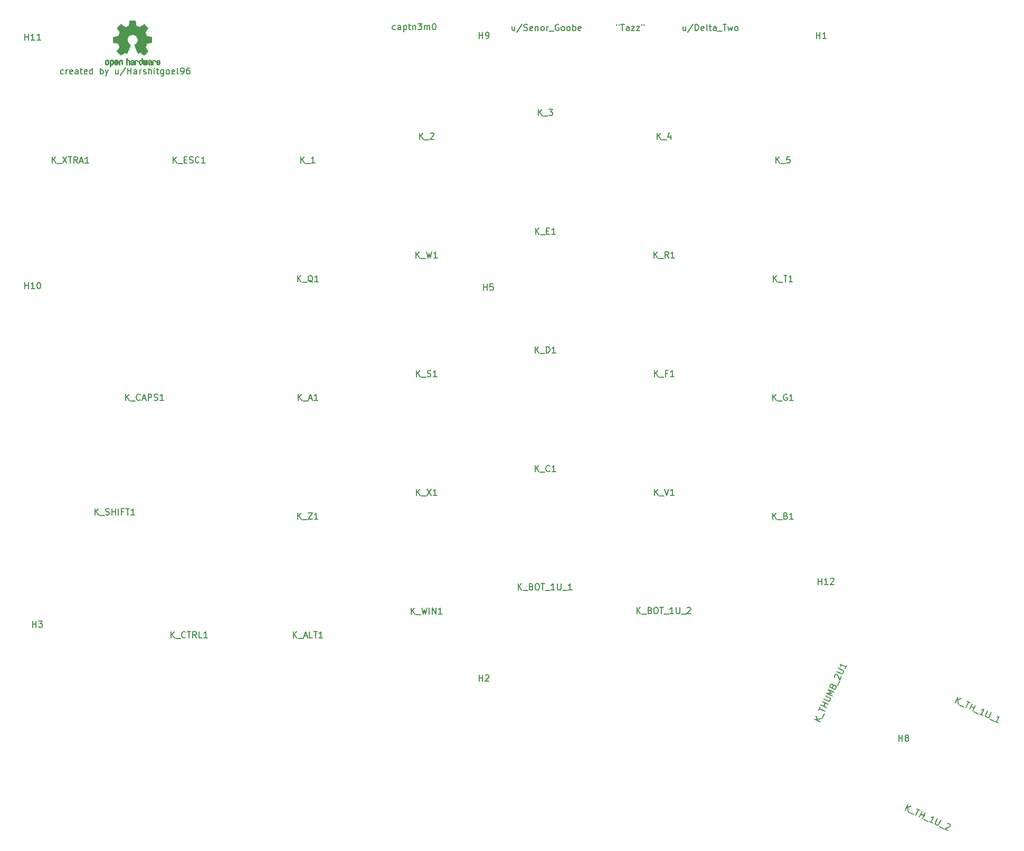
<source format=gbr>
G04 #@! TF.GenerationSoftware,KiCad,Pcbnew,(5.1.5)-3*
G04 #@! TF.CreationDate,2020-03-17T18:41:03+05:30*
G04 #@! TF.ProjectId,ergocape,6572676f-6361-4706-952e-6b696361645f,rev?*
G04 #@! TF.SameCoordinates,Original*
G04 #@! TF.FileFunction,Legend,Top*
G04 #@! TF.FilePolarity,Positive*
%FSLAX46Y46*%
G04 Gerber Fmt 4.6, Leading zero omitted, Abs format (unit mm)*
G04 Created by KiCad (PCBNEW (5.1.5)-3) date 2020-03-17 18:41:03*
%MOMM*%
%LPD*%
G04 APERTURE LIST*
%ADD10C,0.150000*%
%ADD11C,0.010000*%
G04 APERTURE END LIST*
D10*
X45086238Y-26439761D02*
X44991000Y-26487380D01*
X44800523Y-26487380D01*
X44705285Y-26439761D01*
X44657666Y-26392142D01*
X44610047Y-26296904D01*
X44610047Y-26011190D01*
X44657666Y-25915952D01*
X44705285Y-25868333D01*
X44800523Y-25820714D01*
X44991000Y-25820714D01*
X45086238Y-25868333D01*
X45514809Y-26487380D02*
X45514809Y-25820714D01*
X45514809Y-26011190D02*
X45562428Y-25915952D01*
X45610047Y-25868333D01*
X45705285Y-25820714D01*
X45800523Y-25820714D01*
X46514809Y-26439761D02*
X46419571Y-26487380D01*
X46229095Y-26487380D01*
X46133857Y-26439761D01*
X46086238Y-26344523D01*
X46086238Y-25963571D01*
X46133857Y-25868333D01*
X46229095Y-25820714D01*
X46419571Y-25820714D01*
X46514809Y-25868333D01*
X46562428Y-25963571D01*
X46562428Y-26058809D01*
X46086238Y-26154047D01*
X47419571Y-26487380D02*
X47419571Y-25963571D01*
X47371952Y-25868333D01*
X47276714Y-25820714D01*
X47086238Y-25820714D01*
X46991000Y-25868333D01*
X47419571Y-26439761D02*
X47324333Y-26487380D01*
X47086238Y-26487380D01*
X46991000Y-26439761D01*
X46943380Y-26344523D01*
X46943380Y-26249285D01*
X46991000Y-26154047D01*
X47086238Y-26106428D01*
X47324333Y-26106428D01*
X47419571Y-26058809D01*
X47752904Y-25820714D02*
X48133857Y-25820714D01*
X47895761Y-25487380D02*
X47895761Y-26344523D01*
X47943380Y-26439761D01*
X48038619Y-26487380D01*
X48133857Y-26487380D01*
X48848142Y-26439761D02*
X48752904Y-26487380D01*
X48562428Y-26487380D01*
X48467190Y-26439761D01*
X48419571Y-26344523D01*
X48419571Y-25963571D01*
X48467190Y-25868333D01*
X48562428Y-25820714D01*
X48752904Y-25820714D01*
X48848142Y-25868333D01*
X48895761Y-25963571D01*
X48895761Y-26058809D01*
X48419571Y-26154047D01*
X49752904Y-26487380D02*
X49752904Y-25487380D01*
X49752904Y-26439761D02*
X49657666Y-26487380D01*
X49467190Y-26487380D01*
X49371952Y-26439761D01*
X49324333Y-26392142D01*
X49276714Y-26296904D01*
X49276714Y-26011190D01*
X49324333Y-25915952D01*
X49371952Y-25868333D01*
X49467190Y-25820714D01*
X49657666Y-25820714D01*
X49752904Y-25868333D01*
X50991000Y-26487380D02*
X50991000Y-25487380D01*
X50991000Y-25868333D02*
X51086238Y-25820714D01*
X51276714Y-25820714D01*
X51371952Y-25868333D01*
X51419571Y-25915952D01*
X51467190Y-26011190D01*
X51467190Y-26296904D01*
X51419571Y-26392142D01*
X51371952Y-26439761D01*
X51276714Y-26487380D01*
X51086238Y-26487380D01*
X50991000Y-26439761D01*
X51800523Y-25820714D02*
X52038619Y-26487380D01*
X52276714Y-25820714D02*
X52038619Y-26487380D01*
X51943380Y-26725476D01*
X51895761Y-26773095D01*
X51800523Y-26820714D01*
X53848142Y-25820714D02*
X53848142Y-26487380D01*
X53419571Y-25820714D02*
X53419571Y-26344523D01*
X53467190Y-26439761D01*
X53562428Y-26487380D01*
X53705285Y-26487380D01*
X53800523Y-26439761D01*
X53848142Y-26392142D01*
X55038619Y-25439761D02*
X54181476Y-26725476D01*
X55371952Y-26487380D02*
X55371952Y-25487380D01*
X55371952Y-25963571D02*
X55943380Y-25963571D01*
X55943380Y-26487380D02*
X55943380Y-25487380D01*
X56848142Y-26487380D02*
X56848142Y-25963571D01*
X56800523Y-25868333D01*
X56705285Y-25820714D01*
X56514809Y-25820714D01*
X56419571Y-25868333D01*
X56848142Y-26439761D02*
X56752904Y-26487380D01*
X56514809Y-26487380D01*
X56419571Y-26439761D01*
X56371952Y-26344523D01*
X56371952Y-26249285D01*
X56419571Y-26154047D01*
X56514809Y-26106428D01*
X56752904Y-26106428D01*
X56848142Y-26058809D01*
X57324333Y-26487380D02*
X57324333Y-25820714D01*
X57324333Y-26011190D02*
X57371952Y-25915952D01*
X57419571Y-25868333D01*
X57514809Y-25820714D01*
X57610047Y-25820714D01*
X57895761Y-26439761D02*
X57990999Y-26487380D01*
X58181476Y-26487380D01*
X58276714Y-26439761D01*
X58324333Y-26344523D01*
X58324333Y-26296904D01*
X58276714Y-26201666D01*
X58181476Y-26154047D01*
X58038619Y-26154047D01*
X57943380Y-26106428D01*
X57895761Y-26011190D01*
X57895761Y-25963571D01*
X57943380Y-25868333D01*
X58038619Y-25820714D01*
X58181476Y-25820714D01*
X58276714Y-25868333D01*
X58752904Y-26487380D02*
X58752904Y-25487380D01*
X59181476Y-26487380D02*
X59181476Y-25963571D01*
X59133857Y-25868333D01*
X59038619Y-25820714D01*
X58895761Y-25820714D01*
X58800523Y-25868333D01*
X58752904Y-25915952D01*
X59657666Y-26487380D02*
X59657666Y-25820714D01*
X59657666Y-25487380D02*
X59610047Y-25535000D01*
X59657666Y-25582619D01*
X59705285Y-25535000D01*
X59657666Y-25487380D01*
X59657666Y-25582619D01*
X59990999Y-25820714D02*
X60371952Y-25820714D01*
X60133857Y-25487380D02*
X60133857Y-26344523D01*
X60181476Y-26439761D01*
X60276714Y-26487380D01*
X60371952Y-26487380D01*
X61133857Y-25820714D02*
X61133857Y-26630238D01*
X61086238Y-26725476D01*
X61038619Y-26773095D01*
X60943380Y-26820714D01*
X60800523Y-26820714D01*
X60705285Y-26773095D01*
X61133857Y-26439761D02*
X61038619Y-26487380D01*
X60848142Y-26487380D01*
X60752904Y-26439761D01*
X60705285Y-26392142D01*
X60657666Y-26296904D01*
X60657666Y-26011190D01*
X60705285Y-25915952D01*
X60752904Y-25868333D01*
X60848142Y-25820714D01*
X61038619Y-25820714D01*
X61133857Y-25868333D01*
X61752904Y-26487380D02*
X61657666Y-26439761D01*
X61610047Y-26392142D01*
X61562428Y-26296904D01*
X61562428Y-26011190D01*
X61610047Y-25915952D01*
X61657666Y-25868333D01*
X61752904Y-25820714D01*
X61895761Y-25820714D01*
X61990999Y-25868333D01*
X62038619Y-25915952D01*
X62086238Y-26011190D01*
X62086238Y-26296904D01*
X62038619Y-26392142D01*
X61990999Y-26439761D01*
X61895761Y-26487380D01*
X61752904Y-26487380D01*
X62895761Y-26439761D02*
X62800523Y-26487380D01*
X62610047Y-26487380D01*
X62514809Y-26439761D01*
X62467190Y-26344523D01*
X62467190Y-25963571D01*
X62514809Y-25868333D01*
X62610047Y-25820714D01*
X62800523Y-25820714D01*
X62895761Y-25868333D01*
X62943380Y-25963571D01*
X62943380Y-26058809D01*
X62467190Y-26154047D01*
X63514809Y-26487380D02*
X63419571Y-26439761D01*
X63371952Y-26344523D01*
X63371952Y-25487380D01*
X63943380Y-26487380D02*
X64133857Y-26487380D01*
X64229095Y-26439761D01*
X64276714Y-26392142D01*
X64371952Y-26249285D01*
X64419571Y-26058809D01*
X64419571Y-25677857D01*
X64371952Y-25582619D01*
X64324333Y-25535000D01*
X64229095Y-25487380D01*
X64038619Y-25487380D01*
X63943380Y-25535000D01*
X63895761Y-25582619D01*
X63848142Y-25677857D01*
X63848142Y-25915952D01*
X63895761Y-26011190D01*
X63943380Y-26058809D01*
X64038619Y-26106428D01*
X64229095Y-26106428D01*
X64324333Y-26058809D01*
X64371952Y-26011190D01*
X64419571Y-25915952D01*
X65276714Y-25487380D02*
X65086238Y-25487380D01*
X64990999Y-25535000D01*
X64943380Y-25582619D01*
X64848142Y-25725476D01*
X64800523Y-25915952D01*
X64800523Y-26296904D01*
X64848142Y-26392142D01*
X64895761Y-26439761D01*
X64990999Y-26487380D01*
X65181476Y-26487380D01*
X65276714Y-26439761D01*
X65324333Y-26392142D01*
X65371952Y-26296904D01*
X65371952Y-26058809D01*
X65324333Y-25963571D01*
X65276714Y-25915952D01*
X65181476Y-25868333D01*
X64990999Y-25868333D01*
X64895761Y-25915952D01*
X64848142Y-25963571D01*
X64800523Y-26058809D01*
X98322238Y-19327761D02*
X98227000Y-19375380D01*
X98036523Y-19375380D01*
X97941285Y-19327761D01*
X97893666Y-19280142D01*
X97846047Y-19184904D01*
X97846047Y-18899190D01*
X97893666Y-18803952D01*
X97941285Y-18756333D01*
X98036523Y-18708714D01*
X98227000Y-18708714D01*
X98322238Y-18756333D01*
X99179380Y-19375380D02*
X99179380Y-18851571D01*
X99131761Y-18756333D01*
X99036523Y-18708714D01*
X98846047Y-18708714D01*
X98750809Y-18756333D01*
X99179380Y-19327761D02*
X99084142Y-19375380D01*
X98846047Y-19375380D01*
X98750809Y-19327761D01*
X98703190Y-19232523D01*
X98703190Y-19137285D01*
X98750809Y-19042047D01*
X98846047Y-18994428D01*
X99084142Y-18994428D01*
X99179380Y-18946809D01*
X99655571Y-18708714D02*
X99655571Y-19708714D01*
X99655571Y-18756333D02*
X99750809Y-18708714D01*
X99941285Y-18708714D01*
X100036523Y-18756333D01*
X100084142Y-18803952D01*
X100131761Y-18899190D01*
X100131761Y-19184904D01*
X100084142Y-19280142D01*
X100036523Y-19327761D01*
X99941285Y-19375380D01*
X99750809Y-19375380D01*
X99655571Y-19327761D01*
X100417476Y-18708714D02*
X100798428Y-18708714D01*
X100560333Y-18375380D02*
X100560333Y-19232523D01*
X100607952Y-19327761D01*
X100703190Y-19375380D01*
X100798428Y-19375380D01*
X101131761Y-18708714D02*
X101131761Y-19375380D01*
X101131761Y-18803952D02*
X101179380Y-18756333D01*
X101274619Y-18708714D01*
X101417476Y-18708714D01*
X101512714Y-18756333D01*
X101560333Y-18851571D01*
X101560333Y-19375380D01*
X101941285Y-18375380D02*
X102560333Y-18375380D01*
X102227000Y-18756333D01*
X102369857Y-18756333D01*
X102465095Y-18803952D01*
X102512714Y-18851571D01*
X102560333Y-18946809D01*
X102560333Y-19184904D01*
X102512714Y-19280142D01*
X102465095Y-19327761D01*
X102369857Y-19375380D01*
X102084142Y-19375380D01*
X101988904Y-19327761D01*
X101941285Y-19280142D01*
X102988904Y-19375380D02*
X102988904Y-18708714D01*
X102988904Y-18803952D02*
X103036523Y-18756333D01*
X103131761Y-18708714D01*
X103274619Y-18708714D01*
X103369857Y-18756333D01*
X103417476Y-18851571D01*
X103417476Y-19375380D01*
X103417476Y-18851571D02*
X103465095Y-18756333D01*
X103560333Y-18708714D01*
X103703190Y-18708714D01*
X103798428Y-18756333D01*
X103846047Y-18851571D01*
X103846047Y-19375380D01*
X104512714Y-18375380D02*
X104607952Y-18375380D01*
X104703190Y-18423000D01*
X104750809Y-18470619D01*
X104798428Y-18565857D01*
X104846047Y-18756333D01*
X104846047Y-18994428D01*
X104798428Y-19184904D01*
X104750809Y-19280142D01*
X104703190Y-19327761D01*
X104607952Y-19375380D01*
X104512714Y-19375380D01*
X104417476Y-19327761D01*
X104369857Y-19280142D01*
X104322238Y-19184904D01*
X104274619Y-18994428D01*
X104274619Y-18756333D01*
X104322238Y-18565857D01*
X104369857Y-18470619D01*
X104417476Y-18423000D01*
X104512714Y-18375380D01*
X144867809Y-18835714D02*
X144867809Y-19502380D01*
X144439238Y-18835714D02*
X144439238Y-19359523D01*
X144486857Y-19454761D01*
X144582095Y-19502380D01*
X144724952Y-19502380D01*
X144820190Y-19454761D01*
X144867809Y-19407142D01*
X146058285Y-18454761D02*
X145201142Y-19740476D01*
X146391619Y-19502380D02*
X146391619Y-18502380D01*
X146629714Y-18502380D01*
X146772571Y-18550000D01*
X146867809Y-18645238D01*
X146915428Y-18740476D01*
X146963047Y-18930952D01*
X146963047Y-19073809D01*
X146915428Y-19264285D01*
X146867809Y-19359523D01*
X146772571Y-19454761D01*
X146629714Y-19502380D01*
X146391619Y-19502380D01*
X147772571Y-19454761D02*
X147677333Y-19502380D01*
X147486857Y-19502380D01*
X147391619Y-19454761D01*
X147344000Y-19359523D01*
X147344000Y-18978571D01*
X147391619Y-18883333D01*
X147486857Y-18835714D01*
X147677333Y-18835714D01*
X147772571Y-18883333D01*
X147820190Y-18978571D01*
X147820190Y-19073809D01*
X147344000Y-19169047D01*
X148391619Y-19502380D02*
X148296380Y-19454761D01*
X148248761Y-19359523D01*
X148248761Y-18502380D01*
X148629714Y-18835714D02*
X149010666Y-18835714D01*
X148772571Y-18502380D02*
X148772571Y-19359523D01*
X148820190Y-19454761D01*
X148915428Y-19502380D01*
X149010666Y-19502380D01*
X149772571Y-19502380D02*
X149772571Y-18978571D01*
X149724952Y-18883333D01*
X149629714Y-18835714D01*
X149439238Y-18835714D01*
X149344000Y-18883333D01*
X149772571Y-19454761D02*
X149677333Y-19502380D01*
X149439238Y-19502380D01*
X149344000Y-19454761D01*
X149296380Y-19359523D01*
X149296380Y-19264285D01*
X149344000Y-19169047D01*
X149439238Y-19121428D01*
X149677333Y-19121428D01*
X149772571Y-19073809D01*
X150010666Y-19597619D02*
X150772571Y-19597619D01*
X150867809Y-18502380D02*
X151439238Y-18502380D01*
X151153523Y-19502380D02*
X151153523Y-18502380D01*
X151677333Y-18835714D02*
X151867809Y-19502380D01*
X152058285Y-19026190D01*
X152248761Y-19502380D01*
X152439238Y-18835714D01*
X152963047Y-19502380D02*
X152867809Y-19454761D01*
X152820190Y-19407142D01*
X152772571Y-19311904D01*
X152772571Y-19026190D01*
X152820190Y-18930952D01*
X152867809Y-18883333D01*
X152963047Y-18835714D01*
X153105904Y-18835714D01*
X153201142Y-18883333D01*
X153248761Y-18930952D01*
X153296380Y-19026190D01*
X153296380Y-19311904D01*
X153248761Y-19407142D01*
X153201142Y-19454761D01*
X153105904Y-19502380D01*
X152963047Y-19502380D01*
X133802714Y-18502380D02*
X133802714Y-18692857D01*
X134183666Y-18502380D02*
X134183666Y-18692857D01*
X134469380Y-18502380D02*
X135040809Y-18502380D01*
X134755095Y-19502380D02*
X134755095Y-18502380D01*
X135802714Y-19502380D02*
X135802714Y-18978571D01*
X135755095Y-18883333D01*
X135659857Y-18835714D01*
X135469380Y-18835714D01*
X135374142Y-18883333D01*
X135802714Y-19454761D02*
X135707476Y-19502380D01*
X135469380Y-19502380D01*
X135374142Y-19454761D01*
X135326523Y-19359523D01*
X135326523Y-19264285D01*
X135374142Y-19169047D01*
X135469380Y-19121428D01*
X135707476Y-19121428D01*
X135802714Y-19073809D01*
X136183666Y-18835714D02*
X136707476Y-18835714D01*
X136183666Y-19502380D01*
X136707476Y-19502380D01*
X136993190Y-18835714D02*
X137517000Y-18835714D01*
X136993190Y-19502380D01*
X137517000Y-19502380D01*
X137850333Y-18502380D02*
X137850333Y-18692857D01*
X138231285Y-18502380D02*
X138231285Y-18692857D01*
X117459761Y-18835714D02*
X117459761Y-19502380D01*
X117031190Y-18835714D02*
X117031190Y-19359523D01*
X117078809Y-19454761D01*
X117174047Y-19502380D01*
X117316904Y-19502380D01*
X117412142Y-19454761D01*
X117459761Y-19407142D01*
X118650238Y-18454761D02*
X117793095Y-19740476D01*
X118935952Y-19454761D02*
X119078809Y-19502380D01*
X119316904Y-19502380D01*
X119412142Y-19454761D01*
X119459761Y-19407142D01*
X119507380Y-19311904D01*
X119507380Y-19216666D01*
X119459761Y-19121428D01*
X119412142Y-19073809D01*
X119316904Y-19026190D01*
X119126428Y-18978571D01*
X119031190Y-18930952D01*
X118983571Y-18883333D01*
X118935952Y-18788095D01*
X118935952Y-18692857D01*
X118983571Y-18597619D01*
X119031190Y-18550000D01*
X119126428Y-18502380D01*
X119364523Y-18502380D01*
X119507380Y-18550000D01*
X120316904Y-19454761D02*
X120221666Y-19502380D01*
X120031190Y-19502380D01*
X119935952Y-19454761D01*
X119888333Y-19359523D01*
X119888333Y-18978571D01*
X119935952Y-18883333D01*
X120031190Y-18835714D01*
X120221666Y-18835714D01*
X120316904Y-18883333D01*
X120364523Y-18978571D01*
X120364523Y-19073809D01*
X119888333Y-19169047D01*
X120793095Y-18835714D02*
X120793095Y-19502380D01*
X120793095Y-18930952D02*
X120840714Y-18883333D01*
X120935952Y-18835714D01*
X121078809Y-18835714D01*
X121174047Y-18883333D01*
X121221666Y-18978571D01*
X121221666Y-19502380D01*
X121840714Y-19502380D02*
X121745476Y-19454761D01*
X121697857Y-19407142D01*
X121650238Y-19311904D01*
X121650238Y-19026190D01*
X121697857Y-18930952D01*
X121745476Y-18883333D01*
X121840714Y-18835714D01*
X121983571Y-18835714D01*
X122078809Y-18883333D01*
X122126428Y-18930952D01*
X122174047Y-19026190D01*
X122174047Y-19311904D01*
X122126428Y-19407142D01*
X122078809Y-19454761D01*
X121983571Y-19502380D01*
X121840714Y-19502380D01*
X122602619Y-19502380D02*
X122602619Y-18835714D01*
X122602619Y-19026190D02*
X122650238Y-18930952D01*
X122697857Y-18883333D01*
X122793095Y-18835714D01*
X122888333Y-18835714D01*
X122983571Y-19597619D02*
X123745476Y-19597619D01*
X124507380Y-18550000D02*
X124412142Y-18502380D01*
X124269285Y-18502380D01*
X124126428Y-18550000D01*
X124031190Y-18645238D01*
X123983571Y-18740476D01*
X123935952Y-18930952D01*
X123935952Y-19073809D01*
X123983571Y-19264285D01*
X124031190Y-19359523D01*
X124126428Y-19454761D01*
X124269285Y-19502380D01*
X124364523Y-19502380D01*
X124507380Y-19454761D01*
X124555000Y-19407142D01*
X124555000Y-19073809D01*
X124364523Y-19073809D01*
X125126428Y-19502380D02*
X125031190Y-19454761D01*
X124983571Y-19407142D01*
X124935952Y-19311904D01*
X124935952Y-19026190D01*
X124983571Y-18930952D01*
X125031190Y-18883333D01*
X125126428Y-18835714D01*
X125269285Y-18835714D01*
X125364523Y-18883333D01*
X125412142Y-18930952D01*
X125459761Y-19026190D01*
X125459761Y-19311904D01*
X125412142Y-19407142D01*
X125364523Y-19454761D01*
X125269285Y-19502380D01*
X125126428Y-19502380D01*
X126031190Y-19502380D02*
X125935952Y-19454761D01*
X125888333Y-19407142D01*
X125840714Y-19311904D01*
X125840714Y-19026190D01*
X125888333Y-18930952D01*
X125935952Y-18883333D01*
X126031190Y-18835714D01*
X126174047Y-18835714D01*
X126269285Y-18883333D01*
X126316904Y-18930952D01*
X126364523Y-19026190D01*
X126364523Y-19311904D01*
X126316904Y-19407142D01*
X126269285Y-19454761D01*
X126174047Y-19502380D01*
X126031190Y-19502380D01*
X126793095Y-19502380D02*
X126793095Y-18502380D01*
X126793095Y-18883333D02*
X126888333Y-18835714D01*
X127078809Y-18835714D01*
X127174047Y-18883333D01*
X127221666Y-18930952D01*
X127269285Y-19026190D01*
X127269285Y-19311904D01*
X127221666Y-19407142D01*
X127174047Y-19454761D01*
X127078809Y-19502380D01*
X126888333Y-19502380D01*
X126793095Y-19454761D01*
X128078809Y-19454761D02*
X127983571Y-19502380D01*
X127793095Y-19502380D01*
X127697857Y-19454761D01*
X127650238Y-19359523D01*
X127650238Y-18978571D01*
X127697857Y-18883333D01*
X127793095Y-18835714D01*
X127983571Y-18835714D01*
X128078809Y-18883333D01*
X128126428Y-18978571D01*
X128126428Y-19073809D01*
X127650238Y-19169047D01*
D11*
G36*
X56273878Y-17877776D02*
G01*
X56379612Y-17878355D01*
X56456132Y-17879922D01*
X56508372Y-17882972D01*
X56541263Y-17887996D01*
X56559737Y-17895489D01*
X56568727Y-17905944D01*
X56573163Y-17919853D01*
X56573594Y-17921654D01*
X56580333Y-17954145D01*
X56592808Y-18018252D01*
X56609719Y-18107151D01*
X56629771Y-18214019D01*
X56651664Y-18332033D01*
X56652429Y-18336178D01*
X56674359Y-18451831D01*
X56694877Y-18554014D01*
X56712659Y-18636598D01*
X56726381Y-18693456D01*
X56734718Y-18718458D01*
X56735116Y-18718901D01*
X56759677Y-18731110D01*
X56810315Y-18751456D01*
X56876095Y-18775545D01*
X56876461Y-18775674D01*
X56959317Y-18806818D01*
X57057000Y-18846491D01*
X57149077Y-18886381D01*
X57153434Y-18888353D01*
X57303407Y-18956420D01*
X57635498Y-18729639D01*
X57737374Y-18660504D01*
X57829657Y-18598697D01*
X57907003Y-18547733D01*
X57964064Y-18511127D01*
X57995495Y-18492394D01*
X57998479Y-18491004D01*
X58021321Y-18497190D01*
X58063982Y-18527035D01*
X58128128Y-18581947D01*
X58215421Y-18663334D01*
X58304535Y-18749922D01*
X58390441Y-18835247D01*
X58467327Y-18913108D01*
X58530564Y-18978697D01*
X58575523Y-19027205D01*
X58597576Y-19053825D01*
X58598396Y-19055195D01*
X58600834Y-19073463D01*
X58591650Y-19103295D01*
X58568574Y-19148721D01*
X58529337Y-19213770D01*
X58471670Y-19302470D01*
X58394795Y-19416657D01*
X58326570Y-19517162D01*
X58265582Y-19607303D01*
X58215356Y-19681849D01*
X58179416Y-19735565D01*
X58161287Y-19763218D01*
X58160146Y-19765095D01*
X58162359Y-19791590D01*
X58179138Y-19843086D01*
X58207142Y-19909851D01*
X58217122Y-19931172D01*
X58260672Y-20026159D01*
X58307134Y-20133937D01*
X58344877Y-20227192D01*
X58372073Y-20296406D01*
X58393675Y-20349006D01*
X58406158Y-20376497D01*
X58407709Y-20378616D01*
X58430668Y-20382124D01*
X58484786Y-20391738D01*
X58562868Y-20406089D01*
X58657719Y-20423807D01*
X58762143Y-20443525D01*
X58868944Y-20463874D01*
X58970926Y-20483486D01*
X59060894Y-20500991D01*
X59131653Y-20515022D01*
X59176006Y-20524209D01*
X59186885Y-20526807D01*
X59198122Y-20533218D01*
X59206605Y-20547697D01*
X59212714Y-20575133D01*
X59216832Y-20620411D01*
X59219341Y-20688420D01*
X59220621Y-20784047D01*
X59221054Y-20912180D01*
X59221077Y-20964701D01*
X59221077Y-21391845D01*
X59118500Y-21412091D01*
X59061431Y-21423070D01*
X58976269Y-21439095D01*
X58873372Y-21458233D01*
X58763096Y-21478551D01*
X58732615Y-21484132D01*
X58630855Y-21503917D01*
X58542205Y-21523373D01*
X58474108Y-21540697D01*
X58434004Y-21554088D01*
X58427323Y-21558079D01*
X58410919Y-21586342D01*
X58387399Y-21641109D01*
X58361316Y-21711588D01*
X58356142Y-21726769D01*
X58321956Y-21820896D01*
X58279523Y-21927101D01*
X58237997Y-22022473D01*
X58237792Y-22022916D01*
X58168640Y-22172525D01*
X58623512Y-22841617D01*
X58331500Y-23134116D01*
X58243180Y-23221170D01*
X58162625Y-23297909D01*
X58094360Y-23360237D01*
X58042908Y-23404056D01*
X58012794Y-23425270D01*
X58008474Y-23426616D01*
X57983111Y-23416016D01*
X57931358Y-23386547D01*
X57858868Y-23341705D01*
X57771294Y-23284984D01*
X57676612Y-23221462D01*
X57580516Y-23156668D01*
X57494837Y-23100287D01*
X57425016Y-23055788D01*
X57376494Y-23026639D01*
X57354782Y-23016308D01*
X57328293Y-23025050D01*
X57278062Y-23048087D01*
X57214451Y-23080631D01*
X57207708Y-23084249D01*
X57122046Y-23127210D01*
X57063306Y-23148279D01*
X57026772Y-23148503D01*
X57007731Y-23128928D01*
X57007620Y-23128654D01*
X56998102Y-23105472D01*
X56975403Y-23050441D01*
X56941282Y-22967822D01*
X56897500Y-22861872D01*
X56845816Y-22736852D01*
X56787992Y-22597020D01*
X56731991Y-22461637D01*
X56670447Y-22312234D01*
X56613939Y-22173832D01*
X56564161Y-22050673D01*
X56522806Y-21947002D01*
X56491568Y-21867059D01*
X56472141Y-21815088D01*
X56466154Y-21795692D01*
X56481168Y-21773443D01*
X56520439Y-21737982D01*
X56572807Y-21698887D01*
X56721941Y-21575245D01*
X56838511Y-21433522D01*
X56921118Y-21276704D01*
X56968366Y-21107775D01*
X56978857Y-20929722D01*
X56971231Y-20847539D01*
X56929682Y-20677031D01*
X56858123Y-20526459D01*
X56760995Y-20397309D01*
X56642734Y-20291064D01*
X56507780Y-20209210D01*
X56360571Y-20153232D01*
X56205544Y-20124615D01*
X56047139Y-20124844D01*
X55889794Y-20155405D01*
X55737946Y-20217782D01*
X55596035Y-20313460D01*
X55536803Y-20367572D01*
X55423203Y-20506520D01*
X55344106Y-20658361D01*
X55298986Y-20818667D01*
X55287316Y-20983012D01*
X55308569Y-21146971D01*
X55362220Y-21306118D01*
X55447740Y-21456025D01*
X55564605Y-21592267D01*
X55695193Y-21698887D01*
X55749588Y-21739642D01*
X55788014Y-21774718D01*
X55801846Y-21795726D01*
X55794603Y-21818635D01*
X55774005Y-21873365D01*
X55741746Y-21955672D01*
X55699521Y-22061315D01*
X55649023Y-22186050D01*
X55591948Y-22325636D01*
X55535854Y-22461670D01*
X55473967Y-22611201D01*
X55416644Y-22749767D01*
X55365644Y-22873107D01*
X55322727Y-22976964D01*
X55289653Y-23057080D01*
X55268181Y-23109195D01*
X55260225Y-23128654D01*
X55241429Y-23148423D01*
X55205074Y-23148365D01*
X55146479Y-23127441D01*
X55060968Y-23084613D01*
X55060292Y-23084249D01*
X54995907Y-23051012D01*
X54943861Y-23026802D01*
X54914512Y-23016404D01*
X54913217Y-23016308D01*
X54891124Y-23026855D01*
X54842348Y-23056184D01*
X54772331Y-23100827D01*
X54686514Y-23157314D01*
X54591388Y-23221462D01*
X54494540Y-23286411D01*
X54407253Y-23342896D01*
X54335181Y-23387421D01*
X54283977Y-23416490D01*
X54259526Y-23426616D01*
X54237010Y-23413307D01*
X54191742Y-23376112D01*
X54128244Y-23319128D01*
X54051039Y-23246449D01*
X53964651Y-23162171D01*
X53936399Y-23134016D01*
X53644287Y-22841416D01*
X53866631Y-22515104D01*
X53934202Y-22414897D01*
X53993507Y-22324963D01*
X54041217Y-22250510D01*
X54074007Y-22196751D01*
X54088548Y-22168894D01*
X54088974Y-22166912D01*
X54081308Y-22140655D01*
X54060689Y-22087837D01*
X54030685Y-22017310D01*
X54009625Y-21970093D01*
X53970248Y-21879694D01*
X53933165Y-21788366D01*
X53904415Y-21711200D01*
X53896605Y-21687692D01*
X53874417Y-21624916D01*
X53852727Y-21576411D01*
X53840813Y-21558079D01*
X53814523Y-21546859D01*
X53757142Y-21530954D01*
X53676118Y-21512167D01*
X53578895Y-21492299D01*
X53535385Y-21484132D01*
X53424896Y-21463829D01*
X53318916Y-21444170D01*
X53227801Y-21427088D01*
X53161908Y-21414518D01*
X53149500Y-21412091D01*
X53046923Y-21391845D01*
X53046923Y-20964701D01*
X53047153Y-20824246D01*
X53048099Y-20717979D01*
X53050141Y-20641013D01*
X53053662Y-20588460D01*
X53059043Y-20555433D01*
X53066666Y-20537045D01*
X53076912Y-20528408D01*
X53081115Y-20526807D01*
X53106470Y-20521127D01*
X53162484Y-20509795D01*
X53241964Y-20494179D01*
X53337712Y-20475647D01*
X53442533Y-20455569D01*
X53549232Y-20435312D01*
X53650613Y-20416246D01*
X53739479Y-20399739D01*
X53808637Y-20387159D01*
X53850889Y-20379875D01*
X53860290Y-20378616D01*
X53868807Y-20361763D01*
X53887660Y-20316870D01*
X53913324Y-20252430D01*
X53923123Y-20227192D01*
X53962648Y-20129686D01*
X54009192Y-20021959D01*
X54050877Y-19931172D01*
X54081550Y-19861753D01*
X54101956Y-19804710D01*
X54108768Y-19769777D01*
X54107682Y-19765095D01*
X54093285Y-19742991D01*
X54060412Y-19693831D01*
X54012590Y-19622848D01*
X53953348Y-19535278D01*
X53886215Y-19436357D01*
X53872941Y-19416830D01*
X53795046Y-19301140D01*
X53737787Y-19213044D01*
X53698881Y-19148486D01*
X53676044Y-19103411D01*
X53666994Y-19073763D01*
X53669448Y-19055485D01*
X53669511Y-19055369D01*
X53688827Y-19031361D01*
X53731551Y-18984947D01*
X53793051Y-18920937D01*
X53868698Y-18844145D01*
X53953861Y-18759382D01*
X53963465Y-18749922D01*
X54070790Y-18645989D01*
X54153615Y-18569675D01*
X54213605Y-18519571D01*
X54252423Y-18494270D01*
X54269520Y-18491004D01*
X54294473Y-18505250D01*
X54346255Y-18538156D01*
X54419520Y-18586208D01*
X54508920Y-18645890D01*
X54609111Y-18713688D01*
X54632501Y-18729639D01*
X54964593Y-18956420D01*
X55114565Y-18888353D01*
X55205770Y-18848685D01*
X55303669Y-18808791D01*
X55387831Y-18776983D01*
X55391538Y-18775674D01*
X55457369Y-18751576D01*
X55508116Y-18731200D01*
X55532842Y-18718936D01*
X55532884Y-18718901D01*
X55540729Y-18696734D01*
X55554066Y-18642217D01*
X55571570Y-18561480D01*
X55591917Y-18460650D01*
X55613782Y-18345856D01*
X55615571Y-18336178D01*
X55637504Y-18217904D01*
X55657640Y-18110542D01*
X55674680Y-18020917D01*
X55687328Y-17955851D01*
X55694284Y-17922168D01*
X55694406Y-17921654D01*
X55698639Y-17907325D01*
X55706871Y-17896507D01*
X55724033Y-17888706D01*
X55755058Y-17883429D01*
X55804878Y-17880182D01*
X55878424Y-17878472D01*
X55980629Y-17877807D01*
X56116425Y-17877693D01*
X56134000Y-17877692D01*
X56273878Y-17877776D01*
G37*
X56273878Y-17877776D02*
X56379612Y-17878355D01*
X56456132Y-17879922D01*
X56508372Y-17882972D01*
X56541263Y-17887996D01*
X56559737Y-17895489D01*
X56568727Y-17905944D01*
X56573163Y-17919853D01*
X56573594Y-17921654D01*
X56580333Y-17954145D01*
X56592808Y-18018252D01*
X56609719Y-18107151D01*
X56629771Y-18214019D01*
X56651664Y-18332033D01*
X56652429Y-18336178D01*
X56674359Y-18451831D01*
X56694877Y-18554014D01*
X56712659Y-18636598D01*
X56726381Y-18693456D01*
X56734718Y-18718458D01*
X56735116Y-18718901D01*
X56759677Y-18731110D01*
X56810315Y-18751456D01*
X56876095Y-18775545D01*
X56876461Y-18775674D01*
X56959317Y-18806818D01*
X57057000Y-18846491D01*
X57149077Y-18886381D01*
X57153434Y-18888353D01*
X57303407Y-18956420D01*
X57635498Y-18729639D01*
X57737374Y-18660504D01*
X57829657Y-18598697D01*
X57907003Y-18547733D01*
X57964064Y-18511127D01*
X57995495Y-18492394D01*
X57998479Y-18491004D01*
X58021321Y-18497190D01*
X58063982Y-18527035D01*
X58128128Y-18581947D01*
X58215421Y-18663334D01*
X58304535Y-18749922D01*
X58390441Y-18835247D01*
X58467327Y-18913108D01*
X58530564Y-18978697D01*
X58575523Y-19027205D01*
X58597576Y-19053825D01*
X58598396Y-19055195D01*
X58600834Y-19073463D01*
X58591650Y-19103295D01*
X58568574Y-19148721D01*
X58529337Y-19213770D01*
X58471670Y-19302470D01*
X58394795Y-19416657D01*
X58326570Y-19517162D01*
X58265582Y-19607303D01*
X58215356Y-19681849D01*
X58179416Y-19735565D01*
X58161287Y-19763218D01*
X58160146Y-19765095D01*
X58162359Y-19791590D01*
X58179138Y-19843086D01*
X58207142Y-19909851D01*
X58217122Y-19931172D01*
X58260672Y-20026159D01*
X58307134Y-20133937D01*
X58344877Y-20227192D01*
X58372073Y-20296406D01*
X58393675Y-20349006D01*
X58406158Y-20376497D01*
X58407709Y-20378616D01*
X58430668Y-20382124D01*
X58484786Y-20391738D01*
X58562868Y-20406089D01*
X58657719Y-20423807D01*
X58762143Y-20443525D01*
X58868944Y-20463874D01*
X58970926Y-20483486D01*
X59060894Y-20500991D01*
X59131653Y-20515022D01*
X59176006Y-20524209D01*
X59186885Y-20526807D01*
X59198122Y-20533218D01*
X59206605Y-20547697D01*
X59212714Y-20575133D01*
X59216832Y-20620411D01*
X59219341Y-20688420D01*
X59220621Y-20784047D01*
X59221054Y-20912180D01*
X59221077Y-20964701D01*
X59221077Y-21391845D01*
X59118500Y-21412091D01*
X59061431Y-21423070D01*
X58976269Y-21439095D01*
X58873372Y-21458233D01*
X58763096Y-21478551D01*
X58732615Y-21484132D01*
X58630855Y-21503917D01*
X58542205Y-21523373D01*
X58474108Y-21540697D01*
X58434004Y-21554088D01*
X58427323Y-21558079D01*
X58410919Y-21586342D01*
X58387399Y-21641109D01*
X58361316Y-21711588D01*
X58356142Y-21726769D01*
X58321956Y-21820896D01*
X58279523Y-21927101D01*
X58237997Y-22022473D01*
X58237792Y-22022916D01*
X58168640Y-22172525D01*
X58623512Y-22841617D01*
X58331500Y-23134116D01*
X58243180Y-23221170D01*
X58162625Y-23297909D01*
X58094360Y-23360237D01*
X58042908Y-23404056D01*
X58012794Y-23425270D01*
X58008474Y-23426616D01*
X57983111Y-23416016D01*
X57931358Y-23386547D01*
X57858868Y-23341705D01*
X57771294Y-23284984D01*
X57676612Y-23221462D01*
X57580516Y-23156668D01*
X57494837Y-23100287D01*
X57425016Y-23055788D01*
X57376494Y-23026639D01*
X57354782Y-23016308D01*
X57328293Y-23025050D01*
X57278062Y-23048087D01*
X57214451Y-23080631D01*
X57207708Y-23084249D01*
X57122046Y-23127210D01*
X57063306Y-23148279D01*
X57026772Y-23148503D01*
X57007731Y-23128928D01*
X57007620Y-23128654D01*
X56998102Y-23105472D01*
X56975403Y-23050441D01*
X56941282Y-22967822D01*
X56897500Y-22861872D01*
X56845816Y-22736852D01*
X56787992Y-22597020D01*
X56731991Y-22461637D01*
X56670447Y-22312234D01*
X56613939Y-22173832D01*
X56564161Y-22050673D01*
X56522806Y-21947002D01*
X56491568Y-21867059D01*
X56472141Y-21815088D01*
X56466154Y-21795692D01*
X56481168Y-21773443D01*
X56520439Y-21737982D01*
X56572807Y-21698887D01*
X56721941Y-21575245D01*
X56838511Y-21433522D01*
X56921118Y-21276704D01*
X56968366Y-21107775D01*
X56978857Y-20929722D01*
X56971231Y-20847539D01*
X56929682Y-20677031D01*
X56858123Y-20526459D01*
X56760995Y-20397309D01*
X56642734Y-20291064D01*
X56507780Y-20209210D01*
X56360571Y-20153232D01*
X56205544Y-20124615D01*
X56047139Y-20124844D01*
X55889794Y-20155405D01*
X55737946Y-20217782D01*
X55596035Y-20313460D01*
X55536803Y-20367572D01*
X55423203Y-20506520D01*
X55344106Y-20658361D01*
X55298986Y-20818667D01*
X55287316Y-20983012D01*
X55308569Y-21146971D01*
X55362220Y-21306118D01*
X55447740Y-21456025D01*
X55564605Y-21592267D01*
X55695193Y-21698887D01*
X55749588Y-21739642D01*
X55788014Y-21774718D01*
X55801846Y-21795726D01*
X55794603Y-21818635D01*
X55774005Y-21873365D01*
X55741746Y-21955672D01*
X55699521Y-22061315D01*
X55649023Y-22186050D01*
X55591948Y-22325636D01*
X55535854Y-22461670D01*
X55473967Y-22611201D01*
X55416644Y-22749767D01*
X55365644Y-22873107D01*
X55322727Y-22976964D01*
X55289653Y-23057080D01*
X55268181Y-23109195D01*
X55260225Y-23128654D01*
X55241429Y-23148423D01*
X55205074Y-23148365D01*
X55146479Y-23127441D01*
X55060968Y-23084613D01*
X55060292Y-23084249D01*
X54995907Y-23051012D01*
X54943861Y-23026802D01*
X54914512Y-23016404D01*
X54913217Y-23016308D01*
X54891124Y-23026855D01*
X54842348Y-23056184D01*
X54772331Y-23100827D01*
X54686514Y-23157314D01*
X54591388Y-23221462D01*
X54494540Y-23286411D01*
X54407253Y-23342896D01*
X54335181Y-23387421D01*
X54283977Y-23416490D01*
X54259526Y-23426616D01*
X54237010Y-23413307D01*
X54191742Y-23376112D01*
X54128244Y-23319128D01*
X54051039Y-23246449D01*
X53964651Y-23162171D01*
X53936399Y-23134016D01*
X53644287Y-22841416D01*
X53866631Y-22515104D01*
X53934202Y-22414897D01*
X53993507Y-22324963D01*
X54041217Y-22250510D01*
X54074007Y-22196751D01*
X54088548Y-22168894D01*
X54088974Y-22166912D01*
X54081308Y-22140655D01*
X54060689Y-22087837D01*
X54030685Y-22017310D01*
X54009625Y-21970093D01*
X53970248Y-21879694D01*
X53933165Y-21788366D01*
X53904415Y-21711200D01*
X53896605Y-21687692D01*
X53874417Y-21624916D01*
X53852727Y-21576411D01*
X53840813Y-21558079D01*
X53814523Y-21546859D01*
X53757142Y-21530954D01*
X53676118Y-21512167D01*
X53578895Y-21492299D01*
X53535385Y-21484132D01*
X53424896Y-21463829D01*
X53318916Y-21444170D01*
X53227801Y-21427088D01*
X53161908Y-21414518D01*
X53149500Y-21412091D01*
X53046923Y-21391845D01*
X53046923Y-20964701D01*
X53047153Y-20824246D01*
X53048099Y-20717979D01*
X53050141Y-20641013D01*
X53053662Y-20588460D01*
X53059043Y-20555433D01*
X53066666Y-20537045D01*
X53076912Y-20528408D01*
X53081115Y-20526807D01*
X53106470Y-20521127D01*
X53162484Y-20509795D01*
X53241964Y-20494179D01*
X53337712Y-20475647D01*
X53442533Y-20455569D01*
X53549232Y-20435312D01*
X53650613Y-20416246D01*
X53739479Y-20399739D01*
X53808637Y-20387159D01*
X53850889Y-20379875D01*
X53860290Y-20378616D01*
X53868807Y-20361763D01*
X53887660Y-20316870D01*
X53913324Y-20252430D01*
X53923123Y-20227192D01*
X53962648Y-20129686D01*
X54009192Y-20021959D01*
X54050877Y-19931172D01*
X54081550Y-19861753D01*
X54101956Y-19804710D01*
X54108768Y-19769777D01*
X54107682Y-19765095D01*
X54093285Y-19742991D01*
X54060412Y-19693831D01*
X54012590Y-19622848D01*
X53953348Y-19535278D01*
X53886215Y-19436357D01*
X53872941Y-19416830D01*
X53795046Y-19301140D01*
X53737787Y-19213044D01*
X53698881Y-19148486D01*
X53676044Y-19103411D01*
X53666994Y-19073763D01*
X53669448Y-19055485D01*
X53669511Y-19055369D01*
X53688827Y-19031361D01*
X53731551Y-18984947D01*
X53793051Y-18920937D01*
X53868698Y-18844145D01*
X53953861Y-18759382D01*
X53963465Y-18749922D01*
X54070790Y-18645989D01*
X54153615Y-18569675D01*
X54213605Y-18519571D01*
X54252423Y-18494270D01*
X54269520Y-18491004D01*
X54294473Y-18505250D01*
X54346255Y-18538156D01*
X54419520Y-18586208D01*
X54508920Y-18645890D01*
X54609111Y-18713688D01*
X54632501Y-18729639D01*
X54964593Y-18956420D01*
X55114565Y-18888353D01*
X55205770Y-18848685D01*
X55303669Y-18808791D01*
X55387831Y-18776983D01*
X55391538Y-18775674D01*
X55457369Y-18751576D01*
X55508116Y-18731200D01*
X55532842Y-18718936D01*
X55532884Y-18718901D01*
X55540729Y-18696734D01*
X55554066Y-18642217D01*
X55571570Y-18561480D01*
X55591917Y-18460650D01*
X55613782Y-18345856D01*
X55615571Y-18336178D01*
X55637504Y-18217904D01*
X55657640Y-18110542D01*
X55674680Y-18020917D01*
X55687328Y-17955851D01*
X55694284Y-17922168D01*
X55694406Y-17921654D01*
X55698639Y-17907325D01*
X55706871Y-17896507D01*
X55724033Y-17888706D01*
X55755058Y-17883429D01*
X55804878Y-17880182D01*
X55878424Y-17878472D01*
X55980629Y-17877807D01*
X56116425Y-17877693D01*
X56134000Y-17877692D01*
X56273878Y-17877776D01*
G36*
X60379224Y-24237838D02*
G01*
X60456528Y-24288361D01*
X60493814Y-24333590D01*
X60523353Y-24415663D01*
X60525699Y-24480607D01*
X60520385Y-24567445D01*
X60320115Y-24655103D01*
X60222739Y-24699887D01*
X60159113Y-24735913D01*
X60126029Y-24767117D01*
X60120280Y-24797436D01*
X60138658Y-24830805D01*
X60158923Y-24852923D01*
X60217889Y-24888393D01*
X60282024Y-24890879D01*
X60340926Y-24863235D01*
X60384197Y-24808320D01*
X60391936Y-24788928D01*
X60429006Y-24728364D01*
X60471654Y-24702552D01*
X60530154Y-24680471D01*
X60530154Y-24764184D01*
X60524982Y-24821150D01*
X60504723Y-24869189D01*
X60462262Y-24924346D01*
X60455951Y-24931514D01*
X60408720Y-24980585D01*
X60368121Y-25006920D01*
X60317328Y-25019035D01*
X60275220Y-25023003D01*
X60199902Y-25023991D01*
X60146286Y-25011466D01*
X60112838Y-24992869D01*
X60060268Y-24951975D01*
X60023879Y-24907748D01*
X60000850Y-24852126D01*
X59988359Y-24777047D01*
X59983587Y-24674449D01*
X59983206Y-24622376D01*
X59984501Y-24559948D01*
X60102471Y-24559948D01*
X60103839Y-24593438D01*
X60107249Y-24598923D01*
X60129753Y-24591472D01*
X60178182Y-24571753D01*
X60242908Y-24543718D01*
X60256443Y-24537692D01*
X60338244Y-24496096D01*
X60383312Y-24459538D01*
X60393217Y-24425296D01*
X60369526Y-24390648D01*
X60349960Y-24375339D01*
X60279360Y-24344721D01*
X60213280Y-24349780D01*
X60157959Y-24387151D01*
X60119636Y-24453473D01*
X60107349Y-24506116D01*
X60102471Y-24559948D01*
X59984501Y-24559948D01*
X59985730Y-24500720D01*
X59995032Y-24410710D01*
X60013460Y-24345167D01*
X60043360Y-24296912D01*
X60087080Y-24258767D01*
X60106141Y-24246440D01*
X60192726Y-24214336D01*
X60287522Y-24212316D01*
X60379224Y-24237838D01*
G37*
X60379224Y-24237838D02*
X60456528Y-24288361D01*
X60493814Y-24333590D01*
X60523353Y-24415663D01*
X60525699Y-24480607D01*
X60520385Y-24567445D01*
X60320115Y-24655103D01*
X60222739Y-24699887D01*
X60159113Y-24735913D01*
X60126029Y-24767117D01*
X60120280Y-24797436D01*
X60138658Y-24830805D01*
X60158923Y-24852923D01*
X60217889Y-24888393D01*
X60282024Y-24890879D01*
X60340926Y-24863235D01*
X60384197Y-24808320D01*
X60391936Y-24788928D01*
X60429006Y-24728364D01*
X60471654Y-24702552D01*
X60530154Y-24680471D01*
X60530154Y-24764184D01*
X60524982Y-24821150D01*
X60504723Y-24869189D01*
X60462262Y-24924346D01*
X60455951Y-24931514D01*
X60408720Y-24980585D01*
X60368121Y-25006920D01*
X60317328Y-25019035D01*
X60275220Y-25023003D01*
X60199902Y-25023991D01*
X60146286Y-25011466D01*
X60112838Y-24992869D01*
X60060268Y-24951975D01*
X60023879Y-24907748D01*
X60000850Y-24852126D01*
X59988359Y-24777047D01*
X59983587Y-24674449D01*
X59983206Y-24622376D01*
X59984501Y-24559948D01*
X60102471Y-24559948D01*
X60103839Y-24593438D01*
X60107249Y-24598923D01*
X60129753Y-24591472D01*
X60178182Y-24571753D01*
X60242908Y-24543718D01*
X60256443Y-24537692D01*
X60338244Y-24496096D01*
X60383312Y-24459538D01*
X60393217Y-24425296D01*
X60369526Y-24390648D01*
X60349960Y-24375339D01*
X60279360Y-24344721D01*
X60213280Y-24349780D01*
X60157959Y-24387151D01*
X60119636Y-24453473D01*
X60107349Y-24506116D01*
X60102471Y-24559948D01*
X59984501Y-24559948D01*
X59985730Y-24500720D01*
X59995032Y-24410710D01*
X60013460Y-24345167D01*
X60043360Y-24296912D01*
X60087080Y-24258767D01*
X60106141Y-24246440D01*
X60192726Y-24214336D01*
X60287522Y-24212316D01*
X60379224Y-24237838D01*
G36*
X59704807Y-24226782D02*
G01*
X59728161Y-24236988D01*
X59783902Y-24281134D01*
X59831569Y-24344967D01*
X59861048Y-24413087D01*
X59865846Y-24446670D01*
X59849760Y-24493556D01*
X59814475Y-24518365D01*
X59776644Y-24533387D01*
X59759321Y-24536155D01*
X59750886Y-24516066D01*
X59734230Y-24472351D01*
X59726923Y-24452598D01*
X59685948Y-24384271D01*
X59626622Y-24350191D01*
X59550552Y-24351239D01*
X59544918Y-24352581D01*
X59504305Y-24371836D01*
X59474448Y-24409375D01*
X59454055Y-24469809D01*
X59441836Y-24557751D01*
X59436500Y-24677813D01*
X59436000Y-24741698D01*
X59435752Y-24842403D01*
X59434126Y-24911054D01*
X59429801Y-24954673D01*
X59421454Y-24980282D01*
X59407765Y-24994903D01*
X59387411Y-25005558D01*
X59386234Y-25006095D01*
X59347038Y-25022667D01*
X59327619Y-25028769D01*
X59324635Y-25010319D01*
X59322081Y-24959323D01*
X59320140Y-24882308D01*
X59318997Y-24785805D01*
X59318769Y-24715184D01*
X59319932Y-24578525D01*
X59324479Y-24474851D01*
X59333999Y-24398108D01*
X59350081Y-24342246D01*
X59374313Y-24301212D01*
X59408286Y-24268954D01*
X59441833Y-24246440D01*
X59522499Y-24216476D01*
X59616381Y-24209718D01*
X59704807Y-24226782D01*
G37*
X59704807Y-24226782D02*
X59728161Y-24236988D01*
X59783902Y-24281134D01*
X59831569Y-24344967D01*
X59861048Y-24413087D01*
X59865846Y-24446670D01*
X59849760Y-24493556D01*
X59814475Y-24518365D01*
X59776644Y-24533387D01*
X59759321Y-24536155D01*
X59750886Y-24516066D01*
X59734230Y-24472351D01*
X59726923Y-24452598D01*
X59685948Y-24384271D01*
X59626622Y-24350191D01*
X59550552Y-24351239D01*
X59544918Y-24352581D01*
X59504305Y-24371836D01*
X59474448Y-24409375D01*
X59454055Y-24469809D01*
X59441836Y-24557751D01*
X59436500Y-24677813D01*
X59436000Y-24741698D01*
X59435752Y-24842403D01*
X59434126Y-24911054D01*
X59429801Y-24954673D01*
X59421454Y-24980282D01*
X59407765Y-24994903D01*
X59387411Y-25005558D01*
X59386234Y-25006095D01*
X59347038Y-25022667D01*
X59327619Y-25028769D01*
X59324635Y-25010319D01*
X59322081Y-24959323D01*
X59320140Y-24882308D01*
X59318997Y-24785805D01*
X59318769Y-24715184D01*
X59319932Y-24578525D01*
X59324479Y-24474851D01*
X59333999Y-24398108D01*
X59350081Y-24342246D01*
X59374313Y-24301212D01*
X59408286Y-24268954D01*
X59441833Y-24246440D01*
X59522499Y-24216476D01*
X59616381Y-24209718D01*
X59704807Y-24226782D01*
G36*
X59021333Y-24223528D02*
G01*
X59077590Y-24249117D01*
X59121747Y-24280124D01*
X59154101Y-24314795D01*
X59176438Y-24359520D01*
X59190546Y-24420692D01*
X59198211Y-24504701D01*
X59201220Y-24617940D01*
X59201538Y-24692509D01*
X59201538Y-24983420D01*
X59151773Y-25006095D01*
X59112576Y-25022667D01*
X59093157Y-25028769D01*
X59089442Y-25010610D01*
X59086495Y-24961648D01*
X59084691Y-24890153D01*
X59084308Y-24833385D01*
X59082661Y-24751371D01*
X59078222Y-24686309D01*
X59071740Y-24646467D01*
X59066590Y-24638000D01*
X59031977Y-24646646D01*
X58977640Y-24668823D01*
X58914722Y-24698886D01*
X58854368Y-24731192D01*
X58807721Y-24760098D01*
X58785926Y-24779961D01*
X58785839Y-24780175D01*
X58787714Y-24816935D01*
X58804525Y-24852026D01*
X58834039Y-24880528D01*
X58877116Y-24890061D01*
X58913932Y-24888950D01*
X58966074Y-24888133D01*
X58993444Y-24900349D01*
X59009882Y-24932624D01*
X59011955Y-24938710D01*
X59019081Y-24984739D01*
X59000024Y-25012687D01*
X58950353Y-25026007D01*
X58896697Y-25028470D01*
X58800142Y-25010210D01*
X58750159Y-24984131D01*
X58688429Y-24922868D01*
X58655690Y-24847670D01*
X58652753Y-24768211D01*
X58680424Y-24694167D01*
X58722047Y-24647769D01*
X58763604Y-24621793D01*
X58828922Y-24588907D01*
X58905038Y-24555557D01*
X58917726Y-24550461D01*
X59001333Y-24513565D01*
X59049530Y-24481046D01*
X59065030Y-24448718D01*
X59050550Y-24412394D01*
X59025692Y-24384000D01*
X58966939Y-24349039D01*
X58902293Y-24346417D01*
X58843008Y-24373358D01*
X58800339Y-24427088D01*
X58794739Y-24440950D01*
X58762133Y-24491936D01*
X58714530Y-24529787D01*
X58654461Y-24560850D01*
X58654461Y-24472768D01*
X58657997Y-24418951D01*
X58673156Y-24376534D01*
X58706768Y-24331279D01*
X58739035Y-24296420D01*
X58789209Y-24247062D01*
X58828193Y-24220547D01*
X58870064Y-24209911D01*
X58917460Y-24208154D01*
X59021333Y-24223528D01*
G37*
X59021333Y-24223528D02*
X59077590Y-24249117D01*
X59121747Y-24280124D01*
X59154101Y-24314795D01*
X59176438Y-24359520D01*
X59190546Y-24420692D01*
X59198211Y-24504701D01*
X59201220Y-24617940D01*
X59201538Y-24692509D01*
X59201538Y-24983420D01*
X59151773Y-25006095D01*
X59112576Y-25022667D01*
X59093157Y-25028769D01*
X59089442Y-25010610D01*
X59086495Y-24961648D01*
X59084691Y-24890153D01*
X59084308Y-24833385D01*
X59082661Y-24751371D01*
X59078222Y-24686309D01*
X59071740Y-24646467D01*
X59066590Y-24638000D01*
X59031977Y-24646646D01*
X58977640Y-24668823D01*
X58914722Y-24698886D01*
X58854368Y-24731192D01*
X58807721Y-24760098D01*
X58785926Y-24779961D01*
X58785839Y-24780175D01*
X58787714Y-24816935D01*
X58804525Y-24852026D01*
X58834039Y-24880528D01*
X58877116Y-24890061D01*
X58913932Y-24888950D01*
X58966074Y-24888133D01*
X58993444Y-24900349D01*
X59009882Y-24932624D01*
X59011955Y-24938710D01*
X59019081Y-24984739D01*
X59000024Y-25012687D01*
X58950353Y-25026007D01*
X58896697Y-25028470D01*
X58800142Y-25010210D01*
X58750159Y-24984131D01*
X58688429Y-24922868D01*
X58655690Y-24847670D01*
X58652753Y-24768211D01*
X58680424Y-24694167D01*
X58722047Y-24647769D01*
X58763604Y-24621793D01*
X58828922Y-24588907D01*
X58905038Y-24555557D01*
X58917726Y-24550461D01*
X59001333Y-24513565D01*
X59049530Y-24481046D01*
X59065030Y-24448718D01*
X59050550Y-24412394D01*
X59025692Y-24384000D01*
X58966939Y-24349039D01*
X58902293Y-24346417D01*
X58843008Y-24373358D01*
X58800339Y-24427088D01*
X58794739Y-24440950D01*
X58762133Y-24491936D01*
X58714530Y-24529787D01*
X58654461Y-24560850D01*
X58654461Y-24472768D01*
X58657997Y-24418951D01*
X58673156Y-24376534D01*
X58706768Y-24331279D01*
X58739035Y-24296420D01*
X58789209Y-24247062D01*
X58828193Y-24220547D01*
X58870064Y-24209911D01*
X58917460Y-24208154D01*
X59021333Y-24223528D01*
G36*
X58529929Y-24226662D02*
G01*
X58532911Y-24278068D01*
X58535247Y-24356192D01*
X58536749Y-24454857D01*
X58537231Y-24558343D01*
X58537231Y-24908533D01*
X58475401Y-24970363D01*
X58432793Y-25008462D01*
X58395390Y-25023895D01*
X58344270Y-25022918D01*
X58323978Y-25020433D01*
X58260554Y-25013200D01*
X58208095Y-25009055D01*
X58195308Y-25008672D01*
X58152199Y-25011176D01*
X58090544Y-25017462D01*
X58066638Y-25020433D01*
X58007922Y-25025028D01*
X57968464Y-25015046D01*
X57929338Y-24984228D01*
X57915215Y-24970363D01*
X57853385Y-24908533D01*
X57853385Y-24253503D01*
X57903150Y-24230829D01*
X57946002Y-24214034D01*
X57971073Y-24208154D01*
X57977501Y-24226736D01*
X57983509Y-24278655D01*
X57988697Y-24358172D01*
X57992664Y-24459546D01*
X57994577Y-24545192D01*
X57999923Y-24882231D01*
X58046560Y-24888825D01*
X58088976Y-24884214D01*
X58109760Y-24869287D01*
X58115570Y-24841377D01*
X58120530Y-24781925D01*
X58124246Y-24698466D01*
X58126324Y-24598532D01*
X58126624Y-24547104D01*
X58126923Y-24251054D01*
X58188454Y-24229604D01*
X58232004Y-24215020D01*
X58255694Y-24208219D01*
X58256377Y-24208154D01*
X58258754Y-24226642D01*
X58261366Y-24277906D01*
X58263995Y-24355649D01*
X58266421Y-24453574D01*
X58268115Y-24545192D01*
X58273461Y-24882231D01*
X58390692Y-24882231D01*
X58396072Y-24574746D01*
X58401451Y-24267261D01*
X58458601Y-24237707D01*
X58500797Y-24217413D01*
X58525770Y-24208204D01*
X58526491Y-24208154D01*
X58529929Y-24226662D01*
G37*
X58529929Y-24226662D02*
X58532911Y-24278068D01*
X58535247Y-24356192D01*
X58536749Y-24454857D01*
X58537231Y-24558343D01*
X58537231Y-24908533D01*
X58475401Y-24970363D01*
X58432793Y-25008462D01*
X58395390Y-25023895D01*
X58344270Y-25022918D01*
X58323978Y-25020433D01*
X58260554Y-25013200D01*
X58208095Y-25009055D01*
X58195308Y-25008672D01*
X58152199Y-25011176D01*
X58090544Y-25017462D01*
X58066638Y-25020433D01*
X58007922Y-25025028D01*
X57968464Y-25015046D01*
X57929338Y-24984228D01*
X57915215Y-24970363D01*
X57853385Y-24908533D01*
X57853385Y-24253503D01*
X57903150Y-24230829D01*
X57946002Y-24214034D01*
X57971073Y-24208154D01*
X57977501Y-24226736D01*
X57983509Y-24278655D01*
X57988697Y-24358172D01*
X57992664Y-24459546D01*
X57994577Y-24545192D01*
X57999923Y-24882231D01*
X58046560Y-24888825D01*
X58088976Y-24884214D01*
X58109760Y-24869287D01*
X58115570Y-24841377D01*
X58120530Y-24781925D01*
X58124246Y-24698466D01*
X58126324Y-24598532D01*
X58126624Y-24547104D01*
X58126923Y-24251054D01*
X58188454Y-24229604D01*
X58232004Y-24215020D01*
X58255694Y-24208219D01*
X58256377Y-24208154D01*
X58258754Y-24226642D01*
X58261366Y-24277906D01*
X58263995Y-24355649D01*
X58266421Y-24453574D01*
X58268115Y-24545192D01*
X58273461Y-24882231D01*
X58390692Y-24882231D01*
X58396072Y-24574746D01*
X58401451Y-24267261D01*
X58458601Y-24237707D01*
X58500797Y-24217413D01*
X58525770Y-24208204D01*
X58526491Y-24208154D01*
X58529929Y-24226662D01*
G36*
X57736081Y-24370289D02*
G01*
X57735833Y-24516320D01*
X57734872Y-24628655D01*
X57732794Y-24712678D01*
X57729193Y-24773769D01*
X57723665Y-24817309D01*
X57715804Y-24848679D01*
X57705207Y-24873262D01*
X57697182Y-24887294D01*
X57630728Y-24963388D01*
X57546470Y-25011084D01*
X57453249Y-25028199D01*
X57359900Y-25012546D01*
X57304312Y-24984418D01*
X57245957Y-24935760D01*
X57206186Y-24876333D01*
X57182190Y-24798507D01*
X57171161Y-24694652D01*
X57169599Y-24618462D01*
X57169809Y-24612986D01*
X57306308Y-24612986D01*
X57307141Y-24700355D01*
X57310961Y-24758192D01*
X57319746Y-24796029D01*
X57335474Y-24823398D01*
X57354266Y-24844042D01*
X57417375Y-24883890D01*
X57485137Y-24887295D01*
X57549179Y-24854025D01*
X57554164Y-24849517D01*
X57575439Y-24826067D01*
X57588779Y-24798166D01*
X57596001Y-24756641D01*
X57598923Y-24692316D01*
X57599385Y-24621200D01*
X57598383Y-24531858D01*
X57594238Y-24472258D01*
X57585236Y-24433089D01*
X57569667Y-24405040D01*
X57556902Y-24390144D01*
X57497600Y-24352575D01*
X57429301Y-24348057D01*
X57364110Y-24376753D01*
X57351528Y-24387406D01*
X57330111Y-24411063D01*
X57316744Y-24439251D01*
X57309566Y-24481245D01*
X57306719Y-24546319D01*
X57306308Y-24612986D01*
X57169809Y-24612986D01*
X57174322Y-24495765D01*
X57190362Y-24403577D01*
X57220528Y-24334269D01*
X57267629Y-24280211D01*
X57304312Y-24252505D01*
X57370990Y-24222572D01*
X57448272Y-24208678D01*
X57520110Y-24212397D01*
X57560308Y-24227400D01*
X57576082Y-24231670D01*
X57586550Y-24215750D01*
X57593856Y-24173089D01*
X57599385Y-24108106D01*
X57605437Y-24035732D01*
X57613844Y-23992187D01*
X57629141Y-23967287D01*
X57655864Y-23950845D01*
X57672654Y-23943564D01*
X57736154Y-23916963D01*
X57736081Y-24370289D01*
G37*
X57736081Y-24370289D02*
X57735833Y-24516320D01*
X57734872Y-24628655D01*
X57732794Y-24712678D01*
X57729193Y-24773769D01*
X57723665Y-24817309D01*
X57715804Y-24848679D01*
X57705207Y-24873262D01*
X57697182Y-24887294D01*
X57630728Y-24963388D01*
X57546470Y-25011084D01*
X57453249Y-25028199D01*
X57359900Y-25012546D01*
X57304312Y-24984418D01*
X57245957Y-24935760D01*
X57206186Y-24876333D01*
X57182190Y-24798507D01*
X57171161Y-24694652D01*
X57169599Y-24618462D01*
X57169809Y-24612986D01*
X57306308Y-24612986D01*
X57307141Y-24700355D01*
X57310961Y-24758192D01*
X57319746Y-24796029D01*
X57335474Y-24823398D01*
X57354266Y-24844042D01*
X57417375Y-24883890D01*
X57485137Y-24887295D01*
X57549179Y-24854025D01*
X57554164Y-24849517D01*
X57575439Y-24826067D01*
X57588779Y-24798166D01*
X57596001Y-24756641D01*
X57598923Y-24692316D01*
X57599385Y-24621200D01*
X57598383Y-24531858D01*
X57594238Y-24472258D01*
X57585236Y-24433089D01*
X57569667Y-24405040D01*
X57556902Y-24390144D01*
X57497600Y-24352575D01*
X57429301Y-24348057D01*
X57364110Y-24376753D01*
X57351528Y-24387406D01*
X57330111Y-24411063D01*
X57316744Y-24439251D01*
X57309566Y-24481245D01*
X57306719Y-24546319D01*
X57306308Y-24612986D01*
X57169809Y-24612986D01*
X57174322Y-24495765D01*
X57190362Y-24403577D01*
X57220528Y-24334269D01*
X57267629Y-24280211D01*
X57304312Y-24252505D01*
X57370990Y-24222572D01*
X57448272Y-24208678D01*
X57520110Y-24212397D01*
X57560308Y-24227400D01*
X57576082Y-24231670D01*
X57586550Y-24215750D01*
X57593856Y-24173089D01*
X57599385Y-24108106D01*
X57605437Y-24035732D01*
X57613844Y-23992187D01*
X57629141Y-23967287D01*
X57655864Y-23950845D01*
X57672654Y-23943564D01*
X57736154Y-23916963D01*
X57736081Y-24370289D01*
G36*
X56847362Y-24214670D02*
G01*
X56936117Y-24247421D01*
X57008022Y-24305350D01*
X57036144Y-24346128D01*
X57066802Y-24420954D01*
X57066165Y-24475058D01*
X57033987Y-24511446D01*
X57022081Y-24517633D01*
X56970675Y-24536925D01*
X56944422Y-24531982D01*
X56935530Y-24499587D01*
X56935077Y-24481692D01*
X56918797Y-24415859D01*
X56876365Y-24369807D01*
X56817388Y-24347564D01*
X56751475Y-24353161D01*
X56697895Y-24382229D01*
X56679798Y-24398810D01*
X56666971Y-24418925D01*
X56658306Y-24449332D01*
X56652696Y-24496788D01*
X56649035Y-24568050D01*
X56646215Y-24669875D01*
X56645484Y-24702115D01*
X56642820Y-24812410D01*
X56639792Y-24890036D01*
X56635250Y-24941396D01*
X56628046Y-24972890D01*
X56617033Y-24990920D01*
X56601060Y-25001888D01*
X56590834Y-25006733D01*
X56547406Y-25023301D01*
X56521842Y-25028769D01*
X56513395Y-25010507D01*
X56508239Y-24955296D01*
X56506346Y-24862499D01*
X56507689Y-24731478D01*
X56508107Y-24711269D01*
X56511058Y-24591733D01*
X56514548Y-24504449D01*
X56519514Y-24442591D01*
X56526893Y-24399336D01*
X56537624Y-24367860D01*
X56552645Y-24341339D01*
X56560502Y-24329975D01*
X56605553Y-24279692D01*
X56655940Y-24240581D01*
X56662108Y-24237167D01*
X56752458Y-24210212D01*
X56847362Y-24214670D01*
G37*
X56847362Y-24214670D02*
X56936117Y-24247421D01*
X57008022Y-24305350D01*
X57036144Y-24346128D01*
X57066802Y-24420954D01*
X57066165Y-24475058D01*
X57033987Y-24511446D01*
X57022081Y-24517633D01*
X56970675Y-24536925D01*
X56944422Y-24531982D01*
X56935530Y-24499587D01*
X56935077Y-24481692D01*
X56918797Y-24415859D01*
X56876365Y-24369807D01*
X56817388Y-24347564D01*
X56751475Y-24353161D01*
X56697895Y-24382229D01*
X56679798Y-24398810D01*
X56666971Y-24418925D01*
X56658306Y-24449332D01*
X56652696Y-24496788D01*
X56649035Y-24568050D01*
X56646215Y-24669875D01*
X56645484Y-24702115D01*
X56642820Y-24812410D01*
X56639792Y-24890036D01*
X56635250Y-24941396D01*
X56628046Y-24972890D01*
X56617033Y-24990920D01*
X56601060Y-25001888D01*
X56590834Y-25006733D01*
X56547406Y-25023301D01*
X56521842Y-25028769D01*
X56513395Y-25010507D01*
X56508239Y-24955296D01*
X56506346Y-24862499D01*
X56507689Y-24731478D01*
X56508107Y-24711269D01*
X56511058Y-24591733D01*
X56514548Y-24504449D01*
X56519514Y-24442591D01*
X56526893Y-24399336D01*
X56537624Y-24367860D01*
X56552645Y-24341339D01*
X56560502Y-24329975D01*
X56605553Y-24279692D01*
X56655940Y-24240581D01*
X56662108Y-24237167D01*
X56752458Y-24210212D01*
X56847362Y-24214670D01*
G36*
X56187501Y-24216303D02*
G01*
X56264060Y-24244733D01*
X56264936Y-24245279D01*
X56312285Y-24280127D01*
X56347241Y-24320852D01*
X56371825Y-24373925D01*
X56388062Y-24445814D01*
X56397975Y-24542992D01*
X56403586Y-24671928D01*
X56404077Y-24690298D01*
X56411141Y-24967287D01*
X56351695Y-24998028D01*
X56308681Y-25018802D01*
X56282710Y-25028646D01*
X56281509Y-25028769D01*
X56277014Y-25010606D01*
X56273444Y-24961612D01*
X56271248Y-24890031D01*
X56270769Y-24832068D01*
X56270758Y-24738170D01*
X56266466Y-24679203D01*
X56251503Y-24651079D01*
X56219482Y-24649706D01*
X56164014Y-24670998D01*
X56080269Y-24710136D01*
X56018689Y-24742643D01*
X55987017Y-24770845D01*
X55977706Y-24801582D01*
X55977692Y-24803104D01*
X55993057Y-24856054D01*
X56038547Y-24884660D01*
X56108166Y-24888803D01*
X56158313Y-24888084D01*
X56184754Y-24902527D01*
X56201243Y-24937218D01*
X56210733Y-24981416D01*
X56197057Y-25006493D01*
X56191907Y-25010082D01*
X56143425Y-25024496D01*
X56075531Y-25026537D01*
X56005612Y-25016983D01*
X55956068Y-24999522D01*
X55887570Y-24941364D01*
X55848634Y-24860408D01*
X55840923Y-24797160D01*
X55846807Y-24740111D01*
X55868101Y-24693542D01*
X55910265Y-24652181D01*
X55978759Y-24610755D01*
X56079044Y-24563993D01*
X56085154Y-24561350D01*
X56175490Y-24519617D01*
X56231235Y-24485391D01*
X56255129Y-24454635D01*
X56249913Y-24423311D01*
X56218328Y-24387383D01*
X56208883Y-24379116D01*
X56145617Y-24347058D01*
X56080064Y-24348407D01*
X56022972Y-24379838D01*
X55985093Y-24438024D01*
X55981574Y-24449446D01*
X55947300Y-24504837D01*
X55903809Y-24531518D01*
X55840923Y-24557960D01*
X55840923Y-24489548D01*
X55860052Y-24390110D01*
X55916831Y-24298902D01*
X55946378Y-24268389D01*
X56013542Y-24229228D01*
X56098956Y-24211500D01*
X56187501Y-24216303D01*
G37*
X56187501Y-24216303D02*
X56264060Y-24244733D01*
X56264936Y-24245279D01*
X56312285Y-24280127D01*
X56347241Y-24320852D01*
X56371825Y-24373925D01*
X56388062Y-24445814D01*
X56397975Y-24542992D01*
X56403586Y-24671928D01*
X56404077Y-24690298D01*
X56411141Y-24967287D01*
X56351695Y-24998028D01*
X56308681Y-25018802D01*
X56282710Y-25028646D01*
X56281509Y-25028769D01*
X56277014Y-25010606D01*
X56273444Y-24961612D01*
X56271248Y-24890031D01*
X56270769Y-24832068D01*
X56270758Y-24738170D01*
X56266466Y-24679203D01*
X56251503Y-24651079D01*
X56219482Y-24649706D01*
X56164014Y-24670998D01*
X56080269Y-24710136D01*
X56018689Y-24742643D01*
X55987017Y-24770845D01*
X55977706Y-24801582D01*
X55977692Y-24803104D01*
X55993057Y-24856054D01*
X56038547Y-24884660D01*
X56108166Y-24888803D01*
X56158313Y-24888084D01*
X56184754Y-24902527D01*
X56201243Y-24937218D01*
X56210733Y-24981416D01*
X56197057Y-25006493D01*
X56191907Y-25010082D01*
X56143425Y-25024496D01*
X56075531Y-25026537D01*
X56005612Y-25016983D01*
X55956068Y-24999522D01*
X55887570Y-24941364D01*
X55848634Y-24860408D01*
X55840923Y-24797160D01*
X55846807Y-24740111D01*
X55868101Y-24693542D01*
X55910265Y-24652181D01*
X55978759Y-24610755D01*
X56079044Y-24563993D01*
X56085154Y-24561350D01*
X56175490Y-24519617D01*
X56231235Y-24485391D01*
X56255129Y-24454635D01*
X56249913Y-24423311D01*
X56218328Y-24387383D01*
X56208883Y-24379116D01*
X56145617Y-24347058D01*
X56080064Y-24348407D01*
X56022972Y-24379838D01*
X55985093Y-24438024D01*
X55981574Y-24449446D01*
X55947300Y-24504837D01*
X55903809Y-24531518D01*
X55840923Y-24557960D01*
X55840923Y-24489548D01*
X55860052Y-24390110D01*
X55916831Y-24298902D01*
X55946378Y-24268389D01*
X56013542Y-24229228D01*
X56098956Y-24211500D01*
X56187501Y-24216303D01*
G36*
X55293846Y-24082120D02*
G01*
X55299572Y-24161980D01*
X55306149Y-24209039D01*
X55315262Y-24229566D01*
X55328598Y-24229829D01*
X55332923Y-24227378D01*
X55390444Y-24209636D01*
X55465268Y-24210672D01*
X55541339Y-24228910D01*
X55588918Y-24252505D01*
X55637702Y-24290198D01*
X55673364Y-24332855D01*
X55697845Y-24387057D01*
X55713087Y-24459384D01*
X55721030Y-24556419D01*
X55723616Y-24684742D01*
X55723662Y-24709358D01*
X55723692Y-24985870D01*
X55662161Y-25007320D01*
X55618459Y-25021912D01*
X55594482Y-25028706D01*
X55593777Y-25028769D01*
X55591415Y-25010345D01*
X55589406Y-24959526D01*
X55587901Y-24882993D01*
X55587053Y-24787430D01*
X55586923Y-24729329D01*
X55586651Y-24614771D01*
X55585252Y-24532667D01*
X55581849Y-24476393D01*
X55575567Y-24439326D01*
X55565529Y-24414844D01*
X55550861Y-24396325D01*
X55541702Y-24387406D01*
X55478789Y-24351466D01*
X55410136Y-24348775D01*
X55347848Y-24379170D01*
X55336329Y-24390144D01*
X55319433Y-24410779D01*
X55307714Y-24435256D01*
X55300233Y-24470647D01*
X55296054Y-24524026D01*
X55294237Y-24602466D01*
X55293846Y-24710617D01*
X55293846Y-24985870D01*
X55232315Y-25007320D01*
X55188613Y-25021912D01*
X55164636Y-25028706D01*
X55163930Y-25028769D01*
X55162126Y-25010069D01*
X55160500Y-24957322D01*
X55159117Y-24875557D01*
X55158042Y-24769805D01*
X55157340Y-24645094D01*
X55157077Y-24506455D01*
X55157077Y-23971806D01*
X55284077Y-23918236D01*
X55293846Y-24082120D01*
G37*
X55293846Y-24082120D02*
X55299572Y-24161980D01*
X55306149Y-24209039D01*
X55315262Y-24229566D01*
X55328598Y-24229829D01*
X55332923Y-24227378D01*
X55390444Y-24209636D01*
X55465268Y-24210672D01*
X55541339Y-24228910D01*
X55588918Y-24252505D01*
X55637702Y-24290198D01*
X55673364Y-24332855D01*
X55697845Y-24387057D01*
X55713087Y-24459384D01*
X55721030Y-24556419D01*
X55723616Y-24684742D01*
X55723662Y-24709358D01*
X55723692Y-24985870D01*
X55662161Y-25007320D01*
X55618459Y-25021912D01*
X55594482Y-25028706D01*
X55593777Y-25028769D01*
X55591415Y-25010345D01*
X55589406Y-24959526D01*
X55587901Y-24882993D01*
X55587053Y-24787430D01*
X55586923Y-24729329D01*
X55586651Y-24614771D01*
X55585252Y-24532667D01*
X55581849Y-24476393D01*
X55575567Y-24439326D01*
X55565529Y-24414844D01*
X55550861Y-24396325D01*
X55541702Y-24387406D01*
X55478789Y-24351466D01*
X55410136Y-24348775D01*
X55347848Y-24379170D01*
X55336329Y-24390144D01*
X55319433Y-24410779D01*
X55307714Y-24435256D01*
X55300233Y-24470647D01*
X55296054Y-24524026D01*
X55294237Y-24602466D01*
X55293846Y-24710617D01*
X55293846Y-24985870D01*
X55232315Y-25007320D01*
X55188613Y-25021912D01*
X55164636Y-25028706D01*
X55163930Y-25028769D01*
X55162126Y-25010069D01*
X55160500Y-24957322D01*
X55159117Y-24875557D01*
X55158042Y-24769805D01*
X55157340Y-24645094D01*
X55157077Y-24506455D01*
X55157077Y-23971806D01*
X55284077Y-23918236D01*
X55293846Y-24082120D01*
G36*
X53668254Y-24189745D02*
G01*
X53745286Y-24241567D01*
X53804816Y-24316412D01*
X53840378Y-24411654D01*
X53847571Y-24481756D01*
X53846754Y-24511009D01*
X53839914Y-24533407D01*
X53821112Y-24553474D01*
X53784408Y-24575733D01*
X53723862Y-24604709D01*
X53633534Y-24644927D01*
X53633077Y-24645129D01*
X53549933Y-24683210D01*
X53481753Y-24717025D01*
X53435505Y-24742933D01*
X53418158Y-24757295D01*
X53418154Y-24757411D01*
X53433443Y-24788685D01*
X53469196Y-24823157D01*
X53510242Y-24847990D01*
X53531037Y-24852923D01*
X53587770Y-24835862D01*
X53636627Y-24793133D01*
X53660465Y-24746155D01*
X53683397Y-24711522D01*
X53728318Y-24672081D01*
X53781123Y-24638009D01*
X53827710Y-24619480D01*
X53837452Y-24618462D01*
X53848418Y-24635215D01*
X53849079Y-24678039D01*
X53841020Y-24735781D01*
X53825827Y-24797289D01*
X53805086Y-24851409D01*
X53804038Y-24853510D01*
X53741621Y-24940660D01*
X53660726Y-24999939D01*
X53568856Y-25029034D01*
X53473513Y-25025634D01*
X53382198Y-24987428D01*
X53378138Y-24984741D01*
X53306306Y-24919642D01*
X53259073Y-24834705D01*
X53232934Y-24723021D01*
X53229426Y-24691643D01*
X53223213Y-24543536D01*
X53230661Y-24474468D01*
X53418154Y-24474468D01*
X53420590Y-24517552D01*
X53433914Y-24530126D01*
X53467132Y-24520719D01*
X53519494Y-24498483D01*
X53578024Y-24470610D01*
X53579479Y-24469872D01*
X53629089Y-24443777D01*
X53649000Y-24426363D01*
X53644090Y-24408107D01*
X53623416Y-24384120D01*
X53570819Y-24349406D01*
X53514177Y-24346856D01*
X53463369Y-24372119D01*
X53428276Y-24420847D01*
X53418154Y-24474468D01*
X53230661Y-24474468D01*
X53235992Y-24425036D01*
X53268778Y-24331055D01*
X53314421Y-24265215D01*
X53396802Y-24198681D01*
X53487546Y-24165676D01*
X53580185Y-24163573D01*
X53668254Y-24189745D01*
G37*
X53668254Y-24189745D02*
X53745286Y-24241567D01*
X53804816Y-24316412D01*
X53840378Y-24411654D01*
X53847571Y-24481756D01*
X53846754Y-24511009D01*
X53839914Y-24533407D01*
X53821112Y-24553474D01*
X53784408Y-24575733D01*
X53723862Y-24604709D01*
X53633534Y-24644927D01*
X53633077Y-24645129D01*
X53549933Y-24683210D01*
X53481753Y-24717025D01*
X53435505Y-24742933D01*
X53418158Y-24757295D01*
X53418154Y-24757411D01*
X53433443Y-24788685D01*
X53469196Y-24823157D01*
X53510242Y-24847990D01*
X53531037Y-24852923D01*
X53587770Y-24835862D01*
X53636627Y-24793133D01*
X53660465Y-24746155D01*
X53683397Y-24711522D01*
X53728318Y-24672081D01*
X53781123Y-24638009D01*
X53827710Y-24619480D01*
X53837452Y-24618462D01*
X53848418Y-24635215D01*
X53849079Y-24678039D01*
X53841020Y-24735781D01*
X53825827Y-24797289D01*
X53805086Y-24851409D01*
X53804038Y-24853510D01*
X53741621Y-24940660D01*
X53660726Y-24999939D01*
X53568856Y-25029034D01*
X53473513Y-25025634D01*
X53382198Y-24987428D01*
X53378138Y-24984741D01*
X53306306Y-24919642D01*
X53259073Y-24834705D01*
X53232934Y-24723021D01*
X53229426Y-24691643D01*
X53223213Y-24543536D01*
X53230661Y-24474468D01*
X53418154Y-24474468D01*
X53420590Y-24517552D01*
X53433914Y-24530126D01*
X53467132Y-24520719D01*
X53519494Y-24498483D01*
X53578024Y-24470610D01*
X53579479Y-24469872D01*
X53629089Y-24443777D01*
X53649000Y-24426363D01*
X53644090Y-24408107D01*
X53623416Y-24384120D01*
X53570819Y-24349406D01*
X53514177Y-24346856D01*
X53463369Y-24372119D01*
X53428276Y-24420847D01*
X53418154Y-24474468D01*
X53230661Y-24474468D01*
X53235992Y-24425036D01*
X53268778Y-24331055D01*
X53314421Y-24265215D01*
X53396802Y-24198681D01*
X53487546Y-24165676D01*
X53580185Y-24163573D01*
X53668254Y-24189745D01*
G36*
X52150886Y-24177256D02*
G01*
X52242464Y-24225409D01*
X52310049Y-24302905D01*
X52334057Y-24352727D01*
X52352738Y-24427533D01*
X52362301Y-24522052D01*
X52363208Y-24625210D01*
X52355921Y-24725935D01*
X52340903Y-24813153D01*
X52318615Y-24875791D01*
X52311765Y-24886579D01*
X52230632Y-24967105D01*
X52134266Y-25015336D01*
X52029701Y-25029450D01*
X51923968Y-25007629D01*
X51894543Y-24994547D01*
X51837241Y-24954231D01*
X51786950Y-24900775D01*
X51782197Y-24893995D01*
X51762878Y-24861321D01*
X51750108Y-24826394D01*
X51742564Y-24780414D01*
X51738924Y-24714584D01*
X51737865Y-24620105D01*
X51737846Y-24598923D01*
X51737894Y-24592182D01*
X51933231Y-24592182D01*
X51934368Y-24681349D01*
X51938841Y-24740520D01*
X51948246Y-24778741D01*
X51964176Y-24805053D01*
X51972308Y-24813846D01*
X52019058Y-24847261D01*
X52064447Y-24845737D01*
X52110340Y-24816752D01*
X52137712Y-24785809D01*
X52153923Y-24740643D01*
X52163026Y-24669420D01*
X52163651Y-24661114D01*
X52165204Y-24532037D01*
X52148965Y-24436172D01*
X52115152Y-24374107D01*
X52063984Y-24346432D01*
X52045720Y-24344923D01*
X51997760Y-24352513D01*
X51964953Y-24378808D01*
X51944895Y-24429095D01*
X51935178Y-24508664D01*
X51933231Y-24592182D01*
X51737894Y-24592182D01*
X51738574Y-24498249D01*
X51741629Y-24427906D01*
X51748322Y-24379163D01*
X51759960Y-24343288D01*
X51777853Y-24311548D01*
X51781808Y-24305648D01*
X51848267Y-24226104D01*
X51920685Y-24179929D01*
X52008849Y-24161599D01*
X52038787Y-24160703D01*
X52150886Y-24177256D01*
G37*
X52150886Y-24177256D02*
X52242464Y-24225409D01*
X52310049Y-24302905D01*
X52334057Y-24352727D01*
X52352738Y-24427533D01*
X52362301Y-24522052D01*
X52363208Y-24625210D01*
X52355921Y-24725935D01*
X52340903Y-24813153D01*
X52318615Y-24875791D01*
X52311765Y-24886579D01*
X52230632Y-24967105D01*
X52134266Y-25015336D01*
X52029701Y-25029450D01*
X51923968Y-25007629D01*
X51894543Y-24994547D01*
X51837241Y-24954231D01*
X51786950Y-24900775D01*
X51782197Y-24893995D01*
X51762878Y-24861321D01*
X51750108Y-24826394D01*
X51742564Y-24780414D01*
X51738924Y-24714584D01*
X51737865Y-24620105D01*
X51737846Y-24598923D01*
X51737894Y-24592182D01*
X51933231Y-24592182D01*
X51934368Y-24681349D01*
X51938841Y-24740520D01*
X51948246Y-24778741D01*
X51964176Y-24805053D01*
X51972308Y-24813846D01*
X52019058Y-24847261D01*
X52064447Y-24845737D01*
X52110340Y-24816752D01*
X52137712Y-24785809D01*
X52153923Y-24740643D01*
X52163026Y-24669420D01*
X52163651Y-24661114D01*
X52165204Y-24532037D01*
X52148965Y-24436172D01*
X52115152Y-24374107D01*
X52063984Y-24346432D01*
X52045720Y-24344923D01*
X51997760Y-24352513D01*
X51964953Y-24378808D01*
X51944895Y-24429095D01*
X51935178Y-24508664D01*
X51933231Y-24592182D01*
X51737894Y-24592182D01*
X51738574Y-24498249D01*
X51741629Y-24427906D01*
X51748322Y-24379163D01*
X51759960Y-24343288D01*
X51777853Y-24311548D01*
X51781808Y-24305648D01*
X51848267Y-24226104D01*
X51920685Y-24179929D01*
X52008849Y-24161599D01*
X52038787Y-24160703D01*
X52150886Y-24177256D01*
G36*
X54405664Y-24185089D02*
G01*
X54468367Y-24221358D01*
X54511961Y-24257358D01*
X54543845Y-24295075D01*
X54565810Y-24341199D01*
X54579649Y-24402421D01*
X54587153Y-24485431D01*
X54590117Y-24596919D01*
X54590461Y-24677062D01*
X54590461Y-24972065D01*
X54424385Y-25046515D01*
X54414615Y-24723402D01*
X54410579Y-24602729D01*
X54406344Y-24515141D01*
X54401097Y-24454650D01*
X54394025Y-24415268D01*
X54384311Y-24391007D01*
X54371144Y-24375880D01*
X54366919Y-24372606D01*
X54302909Y-24347034D01*
X54238208Y-24357153D01*
X54199692Y-24384000D01*
X54184025Y-24403024D01*
X54173180Y-24427988D01*
X54166288Y-24465834D01*
X54162479Y-24523502D01*
X54160883Y-24607935D01*
X54160615Y-24695928D01*
X54160563Y-24806323D01*
X54158672Y-24884463D01*
X54152345Y-24937165D01*
X54138983Y-24971242D01*
X54115985Y-24993511D01*
X54080754Y-25010787D01*
X54033697Y-25028738D01*
X53982303Y-25048278D01*
X53988421Y-24701485D01*
X53990884Y-24576468D01*
X53993767Y-24484082D01*
X53997898Y-24417881D01*
X54004107Y-24371420D01*
X54013226Y-24338256D01*
X54026083Y-24311944D01*
X54041584Y-24288729D01*
X54116371Y-24214569D01*
X54207628Y-24171684D01*
X54306883Y-24161412D01*
X54405664Y-24185089D01*
G37*
X54405664Y-24185089D02*
X54468367Y-24221358D01*
X54511961Y-24257358D01*
X54543845Y-24295075D01*
X54565810Y-24341199D01*
X54579649Y-24402421D01*
X54587153Y-24485431D01*
X54590117Y-24596919D01*
X54590461Y-24677062D01*
X54590461Y-24972065D01*
X54424385Y-25046515D01*
X54414615Y-24723402D01*
X54410579Y-24602729D01*
X54406344Y-24515141D01*
X54401097Y-24454650D01*
X54394025Y-24415268D01*
X54384311Y-24391007D01*
X54371144Y-24375880D01*
X54366919Y-24372606D01*
X54302909Y-24347034D01*
X54238208Y-24357153D01*
X54199692Y-24384000D01*
X54184025Y-24403024D01*
X54173180Y-24427988D01*
X54166288Y-24465834D01*
X54162479Y-24523502D01*
X54160883Y-24607935D01*
X54160615Y-24695928D01*
X54160563Y-24806323D01*
X54158672Y-24884463D01*
X54152345Y-24937165D01*
X54138983Y-24971242D01*
X54115985Y-24993511D01*
X54080754Y-25010787D01*
X54033697Y-25028738D01*
X53982303Y-25048278D01*
X53988421Y-24701485D01*
X53990884Y-24576468D01*
X53993767Y-24484082D01*
X53997898Y-24417881D01*
X54004107Y-24371420D01*
X54013226Y-24338256D01*
X54026083Y-24311944D01*
X54041584Y-24288729D01*
X54116371Y-24214569D01*
X54207628Y-24171684D01*
X54306883Y-24161412D01*
X54405664Y-24185089D01*
G36*
X52902886Y-24174505D02*
G01*
X52977539Y-24211727D01*
X53043431Y-24280261D01*
X53061577Y-24305648D01*
X53081345Y-24338866D01*
X53094172Y-24374945D01*
X53101510Y-24423098D01*
X53104813Y-24492536D01*
X53105538Y-24584206D01*
X53102263Y-24709830D01*
X53090877Y-24804154D01*
X53069041Y-24874523D01*
X53034419Y-24928286D01*
X52984670Y-24972788D01*
X52981014Y-24975423D01*
X52931985Y-25002377D01*
X52872945Y-25015712D01*
X52797859Y-25019000D01*
X52675795Y-25019000D01*
X52675744Y-25137497D01*
X52674608Y-25203492D01*
X52667686Y-25242202D01*
X52649598Y-25265419D01*
X52614962Y-25284933D01*
X52606645Y-25288920D01*
X52567720Y-25307603D01*
X52537583Y-25319403D01*
X52515174Y-25320422D01*
X52499433Y-25306761D01*
X52489302Y-25274522D01*
X52483723Y-25219804D01*
X52481635Y-25138711D01*
X52481981Y-25027344D01*
X52483700Y-24881802D01*
X52484237Y-24838269D01*
X52486172Y-24688205D01*
X52487904Y-24590042D01*
X52675692Y-24590042D01*
X52676748Y-24673364D01*
X52681438Y-24727880D01*
X52692051Y-24763837D01*
X52710872Y-24791482D01*
X52723650Y-24804965D01*
X52775890Y-24844417D01*
X52822142Y-24847628D01*
X52869867Y-24815049D01*
X52871077Y-24813846D01*
X52890494Y-24788668D01*
X52902307Y-24754447D01*
X52908265Y-24701748D01*
X52910120Y-24621131D01*
X52910154Y-24603271D01*
X52905670Y-24492175D01*
X52891074Y-24415161D01*
X52864650Y-24368147D01*
X52824683Y-24347050D01*
X52801584Y-24344923D01*
X52746762Y-24354900D01*
X52709158Y-24387752D01*
X52686523Y-24447857D01*
X52676606Y-24539598D01*
X52675692Y-24590042D01*
X52487904Y-24590042D01*
X52488222Y-24572060D01*
X52490873Y-24484679D01*
X52494606Y-24420905D01*
X52499907Y-24375582D01*
X52507258Y-24343555D01*
X52517143Y-24319668D01*
X52530046Y-24298764D01*
X52535579Y-24290898D01*
X52608969Y-24216595D01*
X52701760Y-24174467D01*
X52809096Y-24162722D01*
X52902886Y-24174505D01*
G37*
X52902886Y-24174505D02*
X52977539Y-24211727D01*
X53043431Y-24280261D01*
X53061577Y-24305648D01*
X53081345Y-24338866D01*
X53094172Y-24374945D01*
X53101510Y-24423098D01*
X53104813Y-24492536D01*
X53105538Y-24584206D01*
X53102263Y-24709830D01*
X53090877Y-24804154D01*
X53069041Y-24874523D01*
X53034419Y-24928286D01*
X52984670Y-24972788D01*
X52981014Y-24975423D01*
X52931985Y-25002377D01*
X52872945Y-25015712D01*
X52797859Y-25019000D01*
X52675795Y-25019000D01*
X52675744Y-25137497D01*
X52674608Y-25203492D01*
X52667686Y-25242202D01*
X52649598Y-25265419D01*
X52614962Y-25284933D01*
X52606645Y-25288920D01*
X52567720Y-25307603D01*
X52537583Y-25319403D01*
X52515174Y-25320422D01*
X52499433Y-25306761D01*
X52489302Y-25274522D01*
X52483723Y-25219804D01*
X52481635Y-25138711D01*
X52481981Y-25027344D01*
X52483700Y-24881802D01*
X52484237Y-24838269D01*
X52486172Y-24688205D01*
X52487904Y-24590042D01*
X52675692Y-24590042D01*
X52676748Y-24673364D01*
X52681438Y-24727880D01*
X52692051Y-24763837D01*
X52710872Y-24791482D01*
X52723650Y-24804965D01*
X52775890Y-24844417D01*
X52822142Y-24847628D01*
X52869867Y-24815049D01*
X52871077Y-24813846D01*
X52890494Y-24788668D01*
X52902307Y-24754447D01*
X52908265Y-24701748D01*
X52910120Y-24621131D01*
X52910154Y-24603271D01*
X52905670Y-24492175D01*
X52891074Y-24415161D01*
X52864650Y-24368147D01*
X52824683Y-24347050D01*
X52801584Y-24344923D01*
X52746762Y-24354900D01*
X52709158Y-24387752D01*
X52686523Y-24447857D01*
X52676606Y-24539598D01*
X52675692Y-24590042D01*
X52487904Y-24590042D01*
X52488222Y-24572060D01*
X52490873Y-24484679D01*
X52494606Y-24420905D01*
X52499907Y-24375582D01*
X52507258Y-24343555D01*
X52517143Y-24319668D01*
X52530046Y-24298764D01*
X52535579Y-24290898D01*
X52608969Y-24216595D01*
X52701760Y-24174467D01*
X52809096Y-24162722D01*
X52902886Y-24174505D01*
D10*
X165862095Y-20772380D02*
X165862095Y-19772380D01*
X165862095Y-20248571D02*
X166433523Y-20248571D01*
X166433523Y-20772380D02*
X166433523Y-19772380D01*
X167433523Y-20772380D02*
X166862095Y-20772380D01*
X167147809Y-20772380D02*
X167147809Y-19772380D01*
X167052571Y-19915238D01*
X166957333Y-20010476D01*
X166862095Y-20058095D01*
X111760095Y-123896380D02*
X111760095Y-122896380D01*
X111760095Y-123372571D02*
X112331523Y-123372571D01*
X112331523Y-123896380D02*
X112331523Y-122896380D01*
X112760095Y-122991619D02*
X112807714Y-122944000D01*
X112902952Y-122896380D01*
X113141047Y-122896380D01*
X113236285Y-122944000D01*
X113283904Y-122991619D01*
X113331523Y-123086857D01*
X113331523Y-123182095D01*
X113283904Y-123324952D01*
X112712476Y-123896380D01*
X113331523Y-123896380D01*
X40132095Y-115260380D02*
X40132095Y-114260380D01*
X40132095Y-114736571D02*
X40703523Y-114736571D01*
X40703523Y-115260380D02*
X40703523Y-114260380D01*
X41084476Y-114260380D02*
X41703523Y-114260380D01*
X41370190Y-114641333D01*
X41513047Y-114641333D01*
X41608285Y-114688952D01*
X41655904Y-114736571D01*
X41703523Y-114831809D01*
X41703523Y-115069904D01*
X41655904Y-115165142D01*
X41608285Y-115212761D01*
X41513047Y-115260380D01*
X41227333Y-115260380D01*
X41132095Y-115212761D01*
X41084476Y-115165142D01*
X112458095Y-61158380D02*
X112458095Y-60158380D01*
X112458095Y-60634571D02*
X113029523Y-60634571D01*
X113029523Y-61158380D02*
X113029523Y-60158380D01*
X113981904Y-60158380D02*
X113505714Y-60158380D01*
X113458095Y-60634571D01*
X113505714Y-60586952D01*
X113600952Y-60539333D01*
X113839047Y-60539333D01*
X113934285Y-60586952D01*
X113981904Y-60634571D01*
X114029523Y-60729809D01*
X114029523Y-60967904D01*
X113981904Y-61063142D01*
X113934285Y-61110761D01*
X113839047Y-61158380D01*
X113600952Y-61158380D01*
X113505714Y-61110761D01*
X113458095Y-61063142D01*
X179070095Y-133548380D02*
X179070095Y-132548380D01*
X179070095Y-133024571D02*
X179641523Y-133024571D01*
X179641523Y-133548380D02*
X179641523Y-132548380D01*
X180260571Y-132976952D02*
X180165333Y-132929333D01*
X180117714Y-132881714D01*
X180070095Y-132786476D01*
X180070095Y-132738857D01*
X180117714Y-132643619D01*
X180165333Y-132596000D01*
X180260571Y-132548380D01*
X180451047Y-132548380D01*
X180546285Y-132596000D01*
X180593904Y-132643619D01*
X180641523Y-132738857D01*
X180641523Y-132786476D01*
X180593904Y-132881714D01*
X180546285Y-132929333D01*
X180451047Y-132976952D01*
X180260571Y-132976952D01*
X180165333Y-133024571D01*
X180117714Y-133072190D01*
X180070095Y-133167428D01*
X180070095Y-133357904D01*
X180117714Y-133453142D01*
X180165333Y-133500761D01*
X180260571Y-133548380D01*
X180451047Y-133548380D01*
X180546285Y-133500761D01*
X180593904Y-133453142D01*
X180641523Y-133357904D01*
X180641523Y-133167428D01*
X180593904Y-133072190D01*
X180546285Y-133024571D01*
X180451047Y-132976952D01*
X111760095Y-20772380D02*
X111760095Y-19772380D01*
X111760095Y-20248571D02*
X112331523Y-20248571D01*
X112331523Y-20772380D02*
X112331523Y-19772380D01*
X112855333Y-20772380D02*
X113045809Y-20772380D01*
X113141047Y-20724761D01*
X113188666Y-20677142D01*
X113283904Y-20534285D01*
X113331523Y-20343809D01*
X113331523Y-19962857D01*
X113283904Y-19867619D01*
X113236285Y-19820000D01*
X113141047Y-19772380D01*
X112950571Y-19772380D01*
X112855333Y-19820000D01*
X112807714Y-19867619D01*
X112760095Y-19962857D01*
X112760095Y-20200952D01*
X112807714Y-20296190D01*
X112855333Y-20343809D01*
X112950571Y-20391428D01*
X113141047Y-20391428D01*
X113236285Y-20343809D01*
X113283904Y-20296190D01*
X113331523Y-20200952D01*
X38893904Y-60904380D02*
X38893904Y-59904380D01*
X38893904Y-60380571D02*
X39465333Y-60380571D01*
X39465333Y-60904380D02*
X39465333Y-59904380D01*
X40465333Y-60904380D02*
X39893904Y-60904380D01*
X40179619Y-60904380D02*
X40179619Y-59904380D01*
X40084380Y-60047238D01*
X39989142Y-60142476D01*
X39893904Y-60190095D01*
X41084380Y-59904380D02*
X41179619Y-59904380D01*
X41274857Y-59952000D01*
X41322476Y-59999619D01*
X41370095Y-60094857D01*
X41417714Y-60285333D01*
X41417714Y-60523428D01*
X41370095Y-60713904D01*
X41322476Y-60809142D01*
X41274857Y-60856761D01*
X41179619Y-60904380D01*
X41084380Y-60904380D01*
X40989142Y-60856761D01*
X40941523Y-60809142D01*
X40893904Y-60713904D01*
X40846285Y-60523428D01*
X40846285Y-60285333D01*
X40893904Y-60094857D01*
X40941523Y-59999619D01*
X40989142Y-59952000D01*
X41084380Y-59904380D01*
X38893904Y-21026380D02*
X38893904Y-20026380D01*
X38893904Y-20502571D02*
X39465333Y-20502571D01*
X39465333Y-21026380D02*
X39465333Y-20026380D01*
X40465333Y-21026380D02*
X39893904Y-21026380D01*
X40179619Y-21026380D02*
X40179619Y-20026380D01*
X40084380Y-20169238D01*
X39989142Y-20264476D01*
X39893904Y-20312095D01*
X41417714Y-21026380D02*
X40846285Y-21026380D01*
X41132000Y-21026380D02*
X41132000Y-20026380D01*
X41036761Y-20169238D01*
X40941523Y-20264476D01*
X40846285Y-20312095D01*
X166147904Y-108402380D02*
X166147904Y-107402380D01*
X166147904Y-107878571D02*
X166719333Y-107878571D01*
X166719333Y-108402380D02*
X166719333Y-107402380D01*
X167719333Y-108402380D02*
X167147904Y-108402380D01*
X167433619Y-108402380D02*
X167433619Y-107402380D01*
X167338380Y-107545238D01*
X167243142Y-107640476D01*
X167147904Y-107688095D01*
X168100285Y-107497619D02*
X168147904Y-107450000D01*
X168243142Y-107402380D01*
X168481238Y-107402380D01*
X168576476Y-107450000D01*
X168624095Y-107497619D01*
X168671714Y-107592857D01*
X168671714Y-107688095D01*
X168624095Y-107830952D01*
X168052666Y-108402380D01*
X168671714Y-108402380D01*
X83155852Y-40751880D02*
X83155852Y-39751880D01*
X83727280Y-40751880D02*
X83298709Y-40180452D01*
X83727280Y-39751880D02*
X83155852Y-40323309D01*
X83917757Y-40847119D02*
X84679661Y-40847119D01*
X85441566Y-40751880D02*
X84870138Y-40751880D01*
X85155852Y-40751880D02*
X85155852Y-39751880D01*
X85060614Y-39894738D01*
X84965376Y-39989976D01*
X84870138Y-40037595D01*
X102206352Y-36941880D02*
X102206352Y-35941880D01*
X102777780Y-36941880D02*
X102349209Y-36370452D01*
X102777780Y-35941880D02*
X102206352Y-36513309D01*
X102968257Y-37037119D02*
X103730161Y-37037119D01*
X103920638Y-36037119D02*
X103968257Y-35989500D01*
X104063495Y-35941880D01*
X104301590Y-35941880D01*
X104396828Y-35989500D01*
X104444447Y-36037119D01*
X104492066Y-36132357D01*
X104492066Y-36227595D01*
X104444447Y-36370452D01*
X103873019Y-36941880D01*
X104492066Y-36941880D01*
X121256352Y-33131880D02*
X121256352Y-32131880D01*
X121827780Y-33131880D02*
X121399209Y-32560452D01*
X121827780Y-32131880D02*
X121256352Y-32703309D01*
X122018257Y-33227119D02*
X122780161Y-33227119D01*
X122923019Y-32131880D02*
X123542066Y-32131880D01*
X123208733Y-32512833D01*
X123351590Y-32512833D01*
X123446828Y-32560452D01*
X123494447Y-32608071D01*
X123542066Y-32703309D01*
X123542066Y-32941404D01*
X123494447Y-33036642D01*
X123446828Y-33084261D01*
X123351590Y-33131880D01*
X123065876Y-33131880D01*
X122970638Y-33084261D01*
X122923019Y-33036642D01*
X140306352Y-36941880D02*
X140306352Y-35941880D01*
X140877780Y-36941880D02*
X140449209Y-36370452D01*
X140877780Y-35941880D02*
X140306352Y-36513309D01*
X141068257Y-37037119D02*
X141830161Y-37037119D01*
X142496828Y-36275214D02*
X142496828Y-36941880D01*
X142258733Y-35894261D02*
X142020638Y-36608547D01*
X142639685Y-36608547D01*
X159356352Y-40751880D02*
X159356352Y-39751880D01*
X159927780Y-40751880D02*
X159499209Y-40180452D01*
X159927780Y-39751880D02*
X159356352Y-40323309D01*
X160118257Y-40847119D02*
X160880161Y-40847119D01*
X161594447Y-39751880D02*
X161118257Y-39751880D01*
X161070638Y-40228071D01*
X161118257Y-40180452D01*
X161213495Y-40132833D01*
X161451590Y-40132833D01*
X161546828Y-40180452D01*
X161594447Y-40228071D01*
X161642066Y-40323309D01*
X161642066Y-40561404D01*
X161594447Y-40656642D01*
X161546828Y-40704261D01*
X161451590Y-40751880D01*
X161213495Y-40751880D01*
X161118257Y-40704261D01*
X161070638Y-40656642D01*
X82727280Y-78851880D02*
X82727280Y-77851880D01*
X83298709Y-78851880D02*
X82870138Y-78280452D01*
X83298709Y-77851880D02*
X82727280Y-78423309D01*
X83489185Y-78947119D02*
X84251090Y-78947119D01*
X84441566Y-78566166D02*
X84917757Y-78566166D01*
X84346328Y-78851880D02*
X84679661Y-77851880D01*
X85012995Y-78851880D01*
X85870138Y-78851880D02*
X85298709Y-78851880D01*
X85584423Y-78851880D02*
X85584423Y-77851880D01*
X85489185Y-77994738D01*
X85393947Y-78089976D01*
X85298709Y-78137595D01*
X81941566Y-116952380D02*
X81941566Y-115952380D01*
X82512995Y-116952380D02*
X82084423Y-116380952D01*
X82512995Y-115952380D02*
X81941566Y-116523809D01*
X82703471Y-117047619D02*
X83465376Y-117047619D01*
X83655852Y-116666666D02*
X84132042Y-116666666D01*
X83560614Y-116952380D02*
X83893947Y-115952380D01*
X84227280Y-116952380D01*
X85036804Y-116952380D02*
X84560614Y-116952380D01*
X84560614Y-115952380D01*
X85227280Y-115952380D02*
X85798709Y-115952380D01*
X85512995Y-116952380D02*
X85512995Y-115952380D01*
X86655852Y-116952380D02*
X86084423Y-116952380D01*
X86370138Y-116952380D02*
X86370138Y-115952380D01*
X86274900Y-116095238D01*
X86179661Y-116190476D01*
X86084423Y-116238095D01*
X158856352Y-97901880D02*
X158856352Y-96901880D01*
X159427780Y-97901880D02*
X158999209Y-97330452D01*
X159427780Y-96901880D02*
X158856352Y-97473309D01*
X159618257Y-97997119D02*
X160380161Y-97997119D01*
X160951590Y-97378071D02*
X161094447Y-97425690D01*
X161142066Y-97473309D01*
X161189685Y-97568547D01*
X161189685Y-97711404D01*
X161142066Y-97806642D01*
X161094447Y-97854261D01*
X160999209Y-97901880D01*
X160618257Y-97901880D01*
X160618257Y-96901880D01*
X160951590Y-96901880D01*
X161046828Y-96949500D01*
X161094447Y-96997119D01*
X161142066Y-97092357D01*
X161142066Y-97187595D01*
X161094447Y-97282833D01*
X161046828Y-97330452D01*
X160951590Y-97378071D01*
X160618257Y-97378071D01*
X162142066Y-97901880D02*
X161570638Y-97901880D01*
X161856352Y-97901880D02*
X161856352Y-96901880D01*
X161761114Y-97044738D01*
X161665876Y-97139976D01*
X161570638Y-97187595D01*
X118025685Y-109268380D02*
X118025685Y-108268380D01*
X118597114Y-109268380D02*
X118168542Y-108696952D01*
X118597114Y-108268380D02*
X118025685Y-108839809D01*
X118787590Y-109363619D02*
X119549495Y-109363619D01*
X120120923Y-108744571D02*
X120263780Y-108792190D01*
X120311400Y-108839809D01*
X120359019Y-108935047D01*
X120359019Y-109077904D01*
X120311400Y-109173142D01*
X120263780Y-109220761D01*
X120168542Y-109268380D01*
X119787590Y-109268380D01*
X119787590Y-108268380D01*
X120120923Y-108268380D01*
X120216161Y-108316000D01*
X120263780Y-108363619D01*
X120311400Y-108458857D01*
X120311400Y-108554095D01*
X120263780Y-108649333D01*
X120216161Y-108696952D01*
X120120923Y-108744571D01*
X119787590Y-108744571D01*
X120978066Y-108268380D02*
X121168542Y-108268380D01*
X121263780Y-108316000D01*
X121359019Y-108411238D01*
X121406638Y-108601714D01*
X121406638Y-108935047D01*
X121359019Y-109125523D01*
X121263780Y-109220761D01*
X121168542Y-109268380D01*
X120978066Y-109268380D01*
X120882828Y-109220761D01*
X120787590Y-109125523D01*
X120739971Y-108935047D01*
X120739971Y-108601714D01*
X120787590Y-108411238D01*
X120882828Y-108316000D01*
X120978066Y-108268380D01*
X121692352Y-108268380D02*
X122263780Y-108268380D01*
X121978066Y-109268380D02*
X121978066Y-108268380D01*
X122359019Y-109363619D02*
X123120923Y-109363619D01*
X123882828Y-109268380D02*
X123311400Y-109268380D01*
X123597114Y-109268380D02*
X123597114Y-108268380D01*
X123501876Y-108411238D01*
X123406638Y-108506476D01*
X123311400Y-108554095D01*
X124311400Y-108268380D02*
X124311400Y-109077904D01*
X124359019Y-109173142D01*
X124406638Y-109220761D01*
X124501876Y-109268380D01*
X124692352Y-109268380D01*
X124787590Y-109220761D01*
X124835209Y-109173142D01*
X124882828Y-109077904D01*
X124882828Y-108268380D01*
X125120923Y-109363619D02*
X125882828Y-109363619D01*
X126644733Y-109268380D02*
X126073304Y-109268380D01*
X126359019Y-109268380D02*
X126359019Y-108268380D01*
X126263780Y-108411238D01*
X126168542Y-108506476D01*
X126073304Y-108554095D01*
X137075685Y-113078380D02*
X137075685Y-112078380D01*
X137647114Y-113078380D02*
X137218542Y-112506952D01*
X137647114Y-112078380D02*
X137075685Y-112649809D01*
X137837590Y-113173619D02*
X138599495Y-113173619D01*
X139170923Y-112554571D02*
X139313780Y-112602190D01*
X139361400Y-112649809D01*
X139409019Y-112745047D01*
X139409019Y-112887904D01*
X139361400Y-112983142D01*
X139313780Y-113030761D01*
X139218542Y-113078380D01*
X138837590Y-113078380D01*
X138837590Y-112078380D01*
X139170923Y-112078380D01*
X139266161Y-112126000D01*
X139313780Y-112173619D01*
X139361400Y-112268857D01*
X139361400Y-112364095D01*
X139313780Y-112459333D01*
X139266161Y-112506952D01*
X139170923Y-112554571D01*
X138837590Y-112554571D01*
X140028066Y-112078380D02*
X140218542Y-112078380D01*
X140313780Y-112126000D01*
X140409019Y-112221238D01*
X140456638Y-112411714D01*
X140456638Y-112745047D01*
X140409019Y-112935523D01*
X140313780Y-113030761D01*
X140218542Y-113078380D01*
X140028066Y-113078380D01*
X139932828Y-113030761D01*
X139837590Y-112935523D01*
X139789971Y-112745047D01*
X139789971Y-112411714D01*
X139837590Y-112221238D01*
X139932828Y-112126000D01*
X140028066Y-112078380D01*
X140742352Y-112078380D02*
X141313780Y-112078380D01*
X141028066Y-113078380D02*
X141028066Y-112078380D01*
X141409019Y-113173619D02*
X142170923Y-113173619D01*
X142932828Y-113078380D02*
X142361400Y-113078380D01*
X142647114Y-113078380D02*
X142647114Y-112078380D01*
X142551876Y-112221238D01*
X142456638Y-112316476D01*
X142361400Y-112364095D01*
X143361400Y-112078380D02*
X143361400Y-112887904D01*
X143409019Y-112983142D01*
X143456638Y-113030761D01*
X143551876Y-113078380D01*
X143742352Y-113078380D01*
X143837590Y-113030761D01*
X143885209Y-112983142D01*
X143932828Y-112887904D01*
X143932828Y-112078380D01*
X144170923Y-113173619D02*
X144932828Y-113173619D01*
X145123304Y-112173619D02*
X145170923Y-112126000D01*
X145266161Y-112078380D01*
X145504257Y-112078380D01*
X145599495Y-112126000D01*
X145647114Y-112173619D01*
X145694733Y-112268857D01*
X145694733Y-112364095D01*
X145647114Y-112506952D01*
X145075685Y-113078380D01*
X145694733Y-113078380D01*
X120756352Y-90281880D02*
X120756352Y-89281880D01*
X121327780Y-90281880D02*
X120899209Y-89710452D01*
X121327780Y-89281880D02*
X120756352Y-89853309D01*
X121518257Y-90377119D02*
X122280161Y-90377119D01*
X123089685Y-90186642D02*
X123042066Y-90234261D01*
X122899209Y-90281880D01*
X122803971Y-90281880D01*
X122661114Y-90234261D01*
X122565876Y-90139023D01*
X122518257Y-90043785D01*
X122470638Y-89853309D01*
X122470638Y-89710452D01*
X122518257Y-89519976D01*
X122565876Y-89424738D01*
X122661114Y-89329500D01*
X122803971Y-89281880D01*
X122899209Y-89281880D01*
X123042066Y-89329500D01*
X123089685Y-89377119D01*
X124042066Y-90281880D02*
X123470638Y-90281880D01*
X123756352Y-90281880D02*
X123756352Y-89281880D01*
X123661114Y-89424738D01*
X123565876Y-89519976D01*
X123470638Y-89567595D01*
X55057390Y-78851880D02*
X55057390Y-77851880D01*
X55628819Y-78851880D02*
X55200247Y-78280452D01*
X55628819Y-77851880D02*
X55057390Y-78423309D01*
X55819295Y-78947119D02*
X56581200Y-78947119D01*
X57390723Y-78756642D02*
X57343104Y-78804261D01*
X57200247Y-78851880D01*
X57105009Y-78851880D01*
X56962152Y-78804261D01*
X56866914Y-78709023D01*
X56819295Y-78613785D01*
X56771676Y-78423309D01*
X56771676Y-78280452D01*
X56819295Y-78089976D01*
X56866914Y-77994738D01*
X56962152Y-77899500D01*
X57105009Y-77851880D01*
X57200247Y-77851880D01*
X57343104Y-77899500D01*
X57390723Y-77947119D01*
X57771676Y-78566166D02*
X58247866Y-78566166D01*
X57676438Y-78851880D02*
X58009771Y-77851880D01*
X58343104Y-78851880D01*
X58676438Y-78851880D02*
X58676438Y-77851880D01*
X59057390Y-77851880D01*
X59152628Y-77899500D01*
X59200247Y-77947119D01*
X59247866Y-78042357D01*
X59247866Y-78185214D01*
X59200247Y-78280452D01*
X59152628Y-78328071D01*
X59057390Y-78375690D01*
X58676438Y-78375690D01*
X59628819Y-78804261D02*
X59771676Y-78851880D01*
X60009771Y-78851880D01*
X60105009Y-78804261D01*
X60152628Y-78756642D01*
X60200247Y-78661404D01*
X60200247Y-78566166D01*
X60152628Y-78470928D01*
X60105009Y-78423309D01*
X60009771Y-78375690D01*
X59819295Y-78328071D01*
X59724057Y-78280452D01*
X59676438Y-78232833D01*
X59628819Y-78137595D01*
X59628819Y-78042357D01*
X59676438Y-77947119D01*
X59724057Y-77899500D01*
X59819295Y-77851880D01*
X60057390Y-77851880D01*
X60200247Y-77899500D01*
X61152628Y-78851880D02*
X60581200Y-78851880D01*
X60866914Y-78851880D02*
X60866914Y-77851880D01*
X60771676Y-77994738D01*
X60676438Y-78089976D01*
X60581200Y-78137595D01*
X62320138Y-116952380D02*
X62320138Y-115952380D01*
X62891566Y-116952380D02*
X62462995Y-116380952D01*
X62891566Y-115952380D02*
X62320138Y-116523809D01*
X63082042Y-117047619D02*
X63843947Y-117047619D01*
X64653471Y-116857142D02*
X64605852Y-116904761D01*
X64462995Y-116952380D01*
X64367757Y-116952380D01*
X64224900Y-116904761D01*
X64129661Y-116809523D01*
X64082042Y-116714285D01*
X64034423Y-116523809D01*
X64034423Y-116380952D01*
X64082042Y-116190476D01*
X64129661Y-116095238D01*
X64224900Y-116000000D01*
X64367757Y-115952380D01*
X64462995Y-115952380D01*
X64605852Y-116000000D01*
X64653471Y-116047619D01*
X64939185Y-115952380D02*
X65510614Y-115952380D01*
X65224900Y-116952380D02*
X65224900Y-115952380D01*
X66415376Y-116952380D02*
X66082042Y-116476190D01*
X65843947Y-116952380D02*
X65843947Y-115952380D01*
X66224900Y-115952380D01*
X66320138Y-116000000D01*
X66367757Y-116047619D01*
X66415376Y-116142857D01*
X66415376Y-116285714D01*
X66367757Y-116380952D01*
X66320138Y-116428571D01*
X66224900Y-116476190D01*
X65843947Y-116476190D01*
X67320138Y-116952380D02*
X66843947Y-116952380D01*
X66843947Y-115952380D01*
X68177280Y-116952380D02*
X67605852Y-116952380D01*
X67891566Y-116952380D02*
X67891566Y-115952380D01*
X67796328Y-116095238D01*
X67701090Y-116190476D01*
X67605852Y-116238095D01*
X120756352Y-71231880D02*
X120756352Y-70231880D01*
X121327780Y-71231880D02*
X120899209Y-70660452D01*
X121327780Y-70231880D02*
X120756352Y-70803309D01*
X121518257Y-71327119D02*
X122280161Y-71327119D01*
X122518257Y-71231880D02*
X122518257Y-70231880D01*
X122756352Y-70231880D01*
X122899209Y-70279500D01*
X122994447Y-70374738D01*
X123042066Y-70469976D01*
X123089685Y-70660452D01*
X123089685Y-70803309D01*
X123042066Y-70993785D01*
X122994447Y-71089023D01*
X122899209Y-71184261D01*
X122756352Y-71231880D01*
X122518257Y-71231880D01*
X124042066Y-71231880D02*
X123470638Y-71231880D01*
X123756352Y-71231880D02*
X123756352Y-70231880D01*
X123661114Y-70374738D01*
X123565876Y-70469976D01*
X123470638Y-70517595D01*
X120803971Y-52181880D02*
X120803971Y-51181880D01*
X121375400Y-52181880D02*
X120946828Y-51610452D01*
X121375400Y-51181880D02*
X120803971Y-51753309D01*
X121565876Y-52277119D02*
X122327780Y-52277119D01*
X122565876Y-51658071D02*
X122899209Y-51658071D01*
X123042066Y-52181880D02*
X122565876Y-52181880D01*
X122565876Y-51181880D01*
X123042066Y-51181880D01*
X123994447Y-52181880D02*
X123423019Y-52181880D01*
X123708733Y-52181880D02*
X123708733Y-51181880D01*
X123613495Y-51324738D01*
X123518257Y-51419976D01*
X123423019Y-51467595D01*
X62677280Y-40751880D02*
X62677280Y-39751880D01*
X63248709Y-40751880D02*
X62820138Y-40180452D01*
X63248709Y-39751880D02*
X62677280Y-40323309D01*
X63439185Y-40847119D02*
X64201090Y-40847119D01*
X64439185Y-40228071D02*
X64772519Y-40228071D01*
X64915376Y-40751880D02*
X64439185Y-40751880D01*
X64439185Y-39751880D01*
X64915376Y-39751880D01*
X65296328Y-40704261D02*
X65439185Y-40751880D01*
X65677280Y-40751880D01*
X65772519Y-40704261D01*
X65820138Y-40656642D01*
X65867757Y-40561404D01*
X65867757Y-40466166D01*
X65820138Y-40370928D01*
X65772519Y-40323309D01*
X65677280Y-40275690D01*
X65486804Y-40228071D01*
X65391566Y-40180452D01*
X65343947Y-40132833D01*
X65296328Y-40037595D01*
X65296328Y-39942357D01*
X65343947Y-39847119D01*
X65391566Y-39799500D01*
X65486804Y-39751880D01*
X65724900Y-39751880D01*
X65867757Y-39799500D01*
X66867757Y-40656642D02*
X66820138Y-40704261D01*
X66677280Y-40751880D01*
X66582042Y-40751880D01*
X66439185Y-40704261D01*
X66343947Y-40609023D01*
X66296328Y-40513785D01*
X66248709Y-40323309D01*
X66248709Y-40180452D01*
X66296328Y-39989976D01*
X66343947Y-39894738D01*
X66439185Y-39799500D01*
X66582042Y-39751880D01*
X66677280Y-39751880D01*
X66820138Y-39799500D01*
X66867757Y-39847119D01*
X67820138Y-40751880D02*
X67248709Y-40751880D01*
X67534423Y-40751880D02*
X67534423Y-39751880D01*
X67439185Y-39894738D01*
X67343947Y-39989976D01*
X67248709Y-40037595D01*
X139877780Y-75041880D02*
X139877780Y-74041880D01*
X140449209Y-75041880D02*
X140020638Y-74470452D01*
X140449209Y-74041880D02*
X139877780Y-74613309D01*
X140639685Y-75137119D02*
X141401590Y-75137119D01*
X141973019Y-74518071D02*
X141639685Y-74518071D01*
X141639685Y-75041880D02*
X141639685Y-74041880D01*
X142115876Y-74041880D01*
X143020638Y-75041880D02*
X142449209Y-75041880D01*
X142734923Y-75041880D02*
X142734923Y-74041880D01*
X142639685Y-74184738D01*
X142544447Y-74279976D01*
X142449209Y-74327595D01*
X158856352Y-78851880D02*
X158856352Y-77851880D01*
X159427780Y-78851880D02*
X158999209Y-78280452D01*
X159427780Y-77851880D02*
X158856352Y-78423309D01*
X159618257Y-78947119D02*
X160380161Y-78947119D01*
X161142066Y-77899500D02*
X161046828Y-77851880D01*
X160903971Y-77851880D01*
X160761114Y-77899500D01*
X160665876Y-77994738D01*
X160618257Y-78089976D01*
X160570638Y-78280452D01*
X160570638Y-78423309D01*
X160618257Y-78613785D01*
X160665876Y-78709023D01*
X160761114Y-78804261D01*
X160903971Y-78851880D01*
X160999209Y-78851880D01*
X161142066Y-78804261D01*
X161189685Y-78756642D01*
X161189685Y-78423309D01*
X160999209Y-78423309D01*
X162142066Y-78851880D02*
X161570638Y-78851880D01*
X161856352Y-78851880D02*
X161856352Y-77851880D01*
X161761114Y-77994738D01*
X161665876Y-78089976D01*
X161570638Y-78137595D01*
X82632042Y-59801880D02*
X82632042Y-58801880D01*
X83203471Y-59801880D02*
X82774900Y-59230452D01*
X83203471Y-58801880D02*
X82632042Y-59373309D01*
X83393947Y-59897119D02*
X84155852Y-59897119D01*
X85060614Y-59897119D02*
X84965376Y-59849500D01*
X84870138Y-59754261D01*
X84727280Y-59611404D01*
X84632042Y-59563785D01*
X84536804Y-59563785D01*
X84584423Y-59801880D02*
X84489185Y-59754261D01*
X84393947Y-59659023D01*
X84346328Y-59468547D01*
X84346328Y-59135214D01*
X84393947Y-58944738D01*
X84489185Y-58849500D01*
X84584423Y-58801880D01*
X84774900Y-58801880D01*
X84870138Y-58849500D01*
X84965376Y-58944738D01*
X85012995Y-59135214D01*
X85012995Y-59468547D01*
X84965376Y-59659023D01*
X84870138Y-59754261D01*
X84774900Y-59801880D01*
X84584423Y-59801880D01*
X85965376Y-59801880D02*
X85393947Y-59801880D01*
X85679661Y-59801880D02*
X85679661Y-58801880D01*
X85584423Y-58944738D01*
X85489185Y-59039976D01*
X85393947Y-59087595D01*
X139806352Y-55991880D02*
X139806352Y-54991880D01*
X140377780Y-55991880D02*
X139949209Y-55420452D01*
X140377780Y-54991880D02*
X139806352Y-55563309D01*
X140568257Y-56087119D02*
X141330161Y-56087119D01*
X142139685Y-55991880D02*
X141806352Y-55515690D01*
X141568257Y-55991880D02*
X141568257Y-54991880D01*
X141949209Y-54991880D01*
X142044447Y-55039500D01*
X142092066Y-55087119D01*
X142139685Y-55182357D01*
X142139685Y-55325214D01*
X142092066Y-55420452D01*
X142044447Y-55468071D01*
X141949209Y-55515690D01*
X141568257Y-55515690D01*
X143092066Y-55991880D02*
X142520638Y-55991880D01*
X142806352Y-55991880D02*
X142806352Y-54991880D01*
X142711114Y-55134738D01*
X142615876Y-55229976D01*
X142520638Y-55277595D01*
X101730161Y-75041880D02*
X101730161Y-74041880D01*
X102301590Y-75041880D02*
X101873019Y-74470452D01*
X102301590Y-74041880D02*
X101730161Y-74613309D01*
X102492066Y-75137119D02*
X103253971Y-75137119D01*
X103444447Y-74994261D02*
X103587304Y-75041880D01*
X103825400Y-75041880D01*
X103920638Y-74994261D01*
X103968257Y-74946642D01*
X104015876Y-74851404D01*
X104015876Y-74756166D01*
X103968257Y-74660928D01*
X103920638Y-74613309D01*
X103825400Y-74565690D01*
X103634923Y-74518071D01*
X103539685Y-74470452D01*
X103492066Y-74422833D01*
X103444447Y-74327595D01*
X103444447Y-74232357D01*
X103492066Y-74137119D01*
X103539685Y-74089500D01*
X103634923Y-74041880D01*
X103873019Y-74041880D01*
X104015876Y-74089500D01*
X104968257Y-75041880D02*
X104396828Y-75041880D01*
X104682542Y-75041880D02*
X104682542Y-74041880D01*
X104587304Y-74184738D01*
X104492066Y-74279976D01*
X104396828Y-74327595D01*
X50130558Y-97226380D02*
X50130558Y-96226380D01*
X50701986Y-97226380D02*
X50273415Y-96654952D01*
X50701986Y-96226380D02*
X50130558Y-96797809D01*
X50892463Y-97321619D02*
X51654367Y-97321619D01*
X51844844Y-97178761D02*
X51987701Y-97226380D01*
X52225796Y-97226380D01*
X52321034Y-97178761D01*
X52368653Y-97131142D01*
X52416272Y-97035904D01*
X52416272Y-96940666D01*
X52368653Y-96845428D01*
X52321034Y-96797809D01*
X52225796Y-96750190D01*
X52035320Y-96702571D01*
X51940082Y-96654952D01*
X51892463Y-96607333D01*
X51844844Y-96512095D01*
X51844844Y-96416857D01*
X51892463Y-96321619D01*
X51940082Y-96274000D01*
X52035320Y-96226380D01*
X52273415Y-96226380D01*
X52416272Y-96274000D01*
X52844844Y-97226380D02*
X52844844Y-96226380D01*
X52844844Y-96702571D02*
X53416272Y-96702571D01*
X53416272Y-97226380D02*
X53416272Y-96226380D01*
X53892463Y-97226380D02*
X53892463Y-96226380D01*
X54701986Y-96702571D02*
X54368653Y-96702571D01*
X54368653Y-97226380D02*
X54368653Y-96226380D01*
X54844844Y-96226380D01*
X55082939Y-96226380D02*
X55654367Y-96226380D01*
X55368653Y-97226380D02*
X55368653Y-96226380D01*
X56511510Y-97226380D02*
X55940082Y-97226380D01*
X56225796Y-97226380D02*
X56225796Y-96226380D01*
X56130558Y-96369238D01*
X56035320Y-96464476D01*
X55940082Y-96512095D01*
X158975400Y-59801880D02*
X158975400Y-58801880D01*
X159546828Y-59801880D02*
X159118257Y-59230452D01*
X159546828Y-58801880D02*
X158975400Y-59373309D01*
X159737304Y-59897119D02*
X160499209Y-59897119D01*
X160594447Y-58801880D02*
X161165876Y-58801880D01*
X160880161Y-59801880D02*
X160880161Y-58801880D01*
X162023019Y-59801880D02*
X161451590Y-59801880D01*
X161737304Y-59801880D02*
X161737304Y-58801880D01*
X161642066Y-58944738D01*
X161546828Y-59039976D01*
X161451590Y-59087595D01*
X188145585Y-127358024D02*
X188568203Y-126451716D01*
X188663475Y-127599520D02*
X188516553Y-126900508D01*
X189086093Y-126693212D02*
X188326707Y-126969606D01*
X188795856Y-127766334D02*
X189486376Y-128088329D01*
X190035558Y-127135955D02*
X190553449Y-127377451D01*
X189871885Y-128163011D02*
X190294504Y-127256703D01*
X190432933Y-128424632D02*
X190855551Y-127518324D01*
X190654304Y-127949899D02*
X191172195Y-128191395D01*
X190950823Y-128666128D02*
X191373441Y-127759820D01*
X191126361Y-128853066D02*
X191816882Y-129175061D01*
X192547651Y-129410741D02*
X192029761Y-129169245D01*
X192288706Y-129289993D02*
X192711324Y-128383685D01*
X192564635Y-128472908D01*
X192438071Y-128518974D01*
X192331631Y-128521882D01*
X193358687Y-128685555D02*
X193016567Y-129419233D01*
X193019476Y-129525673D01*
X193042508Y-129588955D01*
X193108699Y-129672362D01*
X193281329Y-129752861D01*
X193387769Y-129749953D01*
X193451051Y-129726920D01*
X193534458Y-129660729D01*
X193876577Y-128927052D01*
X193629497Y-130020298D02*
X194320017Y-130342293D01*
X195050787Y-130577973D02*
X194532897Y-130336476D01*
X194791842Y-130457224D02*
X195214460Y-129550917D01*
X195067771Y-129640140D01*
X194941207Y-129686206D01*
X194834767Y-129689114D01*
X180095585Y-144623024D02*
X180518203Y-143716716D01*
X180613475Y-144864520D02*
X180466553Y-144165508D01*
X181036093Y-143958212D02*
X180276707Y-144234606D01*
X180745856Y-145031334D02*
X181436376Y-145353329D01*
X181985558Y-144400955D02*
X182503449Y-144642451D01*
X181821885Y-145428011D02*
X182244504Y-144521703D01*
X182382933Y-145689632D02*
X182805551Y-144783324D01*
X182604304Y-145214899D02*
X183122195Y-145456395D01*
X182900823Y-145931128D02*
X183323441Y-145024820D01*
X183076361Y-146118066D02*
X183766882Y-146440061D01*
X184497651Y-146675741D02*
X183979761Y-146434245D01*
X184238706Y-146554993D02*
X184661324Y-145648685D01*
X184514635Y-145737908D01*
X184388071Y-145783974D01*
X184281631Y-145786882D01*
X185308687Y-145950555D02*
X184966567Y-146684233D01*
X184969476Y-146790673D01*
X184992508Y-146853955D01*
X185058699Y-146937362D01*
X185231329Y-147017861D01*
X185337769Y-147014953D01*
X185401051Y-146991920D01*
X185484458Y-146925729D01*
X185826577Y-146192052D01*
X185579497Y-147285298D02*
X186270017Y-147607293D01*
X186865266Y-146781484D02*
X186928548Y-146758451D01*
X187034988Y-146755543D01*
X187250775Y-146856166D01*
X187316965Y-146939573D01*
X187339998Y-147002855D01*
X187342906Y-147109295D01*
X187302657Y-147195610D01*
X187199126Y-147304958D01*
X186439739Y-147581352D01*
X187000787Y-147842973D01*
X166444905Y-130452723D02*
X165538597Y-130030105D01*
X166686401Y-129934833D02*
X165987388Y-130081754D01*
X165780093Y-129512214D02*
X166056487Y-130271601D01*
X166853214Y-129802452D02*
X167175209Y-129111932D01*
X166222836Y-128562749D02*
X166464332Y-128044859D01*
X167249892Y-128726422D02*
X166343584Y-128303804D01*
X167511513Y-128165375D02*
X166605205Y-127742756D01*
X167036780Y-127944003D02*
X167278276Y-127426113D01*
X167753009Y-127647484D02*
X166846701Y-127224866D01*
X167047948Y-126793291D02*
X167781625Y-127135411D01*
X167888065Y-127132502D01*
X167951347Y-127109470D01*
X168034754Y-127043279D01*
X168115253Y-126870649D01*
X168112345Y-126764210D01*
X168089312Y-126700927D01*
X168023122Y-126617520D01*
X167289444Y-126275401D01*
X168396998Y-126266444D02*
X167490691Y-125843826D01*
X168278926Y-125843593D01*
X167772436Y-125239621D01*
X168678744Y-125662239D01*
X168546131Y-124707190D02*
X168649662Y-124597842D01*
X168712945Y-124574809D01*
X168819384Y-124571901D01*
X168948857Y-124632275D01*
X169015047Y-124715682D01*
X169038080Y-124778964D01*
X169040988Y-124885404D01*
X168879991Y-125230664D01*
X167973683Y-124808045D01*
X168114556Y-124505943D01*
X168197963Y-124439753D01*
X168261245Y-124416720D01*
X168367684Y-124413812D01*
X168454000Y-124454061D01*
X168520190Y-124537468D01*
X168543223Y-124600750D01*
X168546131Y-124707190D01*
X168405258Y-125009292D01*
X169288301Y-124580393D02*
X169610296Y-123889873D01*
X168784486Y-123294624D02*
X168761454Y-123231342D01*
X168758545Y-123124902D01*
X168859169Y-122909115D01*
X168942576Y-122842925D01*
X169005858Y-122819892D01*
X169112298Y-122816984D01*
X169198613Y-122857233D01*
X169307961Y-122960764D01*
X169584355Y-123720151D01*
X169845975Y-123159103D01*
X169120790Y-122348067D02*
X169854467Y-122690187D01*
X169960907Y-122687279D01*
X170024189Y-122664246D01*
X170107596Y-122598055D01*
X170188095Y-122425425D01*
X170185187Y-122318986D01*
X170162154Y-122255703D01*
X170095964Y-122172297D01*
X169362286Y-121830177D01*
X170691212Y-121346488D02*
X170449716Y-121864378D01*
X170570464Y-121605433D02*
X169664156Y-121182814D01*
X169753379Y-121329503D01*
X169799445Y-121456068D01*
X169802353Y-121562507D01*
X139877780Y-94091880D02*
X139877780Y-93091880D01*
X140449209Y-94091880D02*
X140020638Y-93520452D01*
X140449209Y-93091880D02*
X139877780Y-93663309D01*
X140639685Y-94187119D02*
X141401590Y-94187119D01*
X141496828Y-93091880D02*
X141830161Y-94091880D01*
X142163495Y-93091880D01*
X143020638Y-94091880D02*
X142449209Y-94091880D01*
X142734923Y-94091880D02*
X142734923Y-93091880D01*
X142639685Y-93234738D01*
X142544447Y-93329976D01*
X142449209Y-93377595D01*
X101634923Y-55991880D02*
X101634923Y-54991880D01*
X102206352Y-55991880D02*
X101777780Y-55420452D01*
X102206352Y-54991880D02*
X101634923Y-55563309D01*
X102396828Y-56087119D02*
X103158733Y-56087119D01*
X103301590Y-54991880D02*
X103539685Y-55991880D01*
X103730161Y-55277595D01*
X103920638Y-55991880D01*
X104158733Y-54991880D01*
X105063495Y-55991880D02*
X104492066Y-55991880D01*
X104777780Y-55991880D02*
X104777780Y-54991880D01*
X104682542Y-55134738D01*
X104587304Y-55229976D01*
X104492066Y-55277595D01*
X100873019Y-113142380D02*
X100873019Y-112142380D01*
X101444447Y-113142380D02*
X101015876Y-112570952D01*
X101444447Y-112142380D02*
X100873019Y-112713809D01*
X101634923Y-113237619D02*
X102396828Y-113237619D01*
X102539685Y-112142380D02*
X102777780Y-113142380D01*
X102968257Y-112428095D01*
X103158733Y-113142380D01*
X103396828Y-112142380D01*
X103777780Y-113142380D02*
X103777780Y-112142380D01*
X104253971Y-113142380D02*
X104253971Y-112142380D01*
X104825400Y-113142380D01*
X104825400Y-112142380D01*
X105825400Y-113142380D02*
X105253971Y-113142380D01*
X105539685Y-113142380D02*
X105539685Y-112142380D01*
X105444447Y-112285238D01*
X105349209Y-112380476D01*
X105253971Y-112428095D01*
X101730161Y-94091880D02*
X101730161Y-93091880D01*
X102301590Y-94091880D02*
X101873019Y-93520452D01*
X102301590Y-93091880D02*
X101730161Y-93663309D01*
X102492066Y-94187119D02*
X103253971Y-94187119D01*
X103396828Y-93091880D02*
X104063495Y-94091880D01*
X104063495Y-93091880D02*
X103396828Y-94091880D01*
X104968257Y-94091880D02*
X104396828Y-94091880D01*
X104682542Y-94091880D02*
X104682542Y-93091880D01*
X104587304Y-93234738D01*
X104492066Y-93329976D01*
X104396828Y-93377595D01*
X43282838Y-40764580D02*
X43282838Y-39764580D01*
X43854266Y-40764580D02*
X43425695Y-40193152D01*
X43854266Y-39764580D02*
X43282838Y-40336009D01*
X44044742Y-40859819D02*
X44806647Y-40859819D01*
X44949504Y-39764580D02*
X45616171Y-40764580D01*
X45616171Y-39764580D02*
X44949504Y-40764580D01*
X45854266Y-39764580D02*
X46425695Y-39764580D01*
X46139980Y-40764580D02*
X46139980Y-39764580D01*
X47330457Y-40764580D02*
X46997123Y-40288390D01*
X46759028Y-40764580D02*
X46759028Y-39764580D01*
X47139980Y-39764580D01*
X47235219Y-39812200D01*
X47282838Y-39859819D01*
X47330457Y-39955057D01*
X47330457Y-40097914D01*
X47282838Y-40193152D01*
X47235219Y-40240771D01*
X47139980Y-40288390D01*
X46759028Y-40288390D01*
X47711409Y-40478866D02*
X48187600Y-40478866D01*
X47616171Y-40764580D02*
X47949504Y-39764580D01*
X48282838Y-40764580D01*
X49139980Y-40764580D02*
X48568552Y-40764580D01*
X48854266Y-40764580D02*
X48854266Y-39764580D01*
X48759028Y-39907438D01*
X48663790Y-40002676D01*
X48568552Y-40050295D01*
X82679661Y-97901880D02*
X82679661Y-96901880D01*
X83251090Y-97901880D02*
X82822519Y-97330452D01*
X83251090Y-96901880D02*
X82679661Y-97473309D01*
X83441566Y-97997119D02*
X84203471Y-97997119D01*
X84346328Y-96901880D02*
X85012995Y-96901880D01*
X84346328Y-97901880D01*
X85012995Y-97901880D01*
X85917757Y-97901880D02*
X85346328Y-97901880D01*
X85632042Y-97901880D02*
X85632042Y-96901880D01*
X85536804Y-97044738D01*
X85441566Y-97139976D01*
X85346328Y-97187595D01*
M02*

</source>
